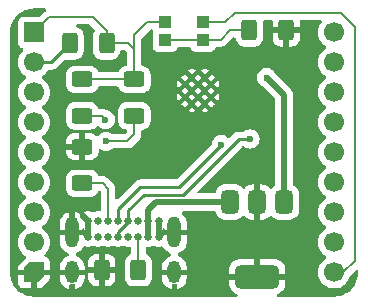
<source format=gbr>
%TF.GenerationSoftware,KiCad,Pcbnew,8.0.4*%
%TF.CreationDate,2024-08-01T02:26:55-04:00*%
%TF.ProjectId,esp32-c3-wroom-socket,65737033-322d-4633-932d-77726f6f6d2d,rev?*%
%TF.SameCoordinates,Original*%
%TF.FileFunction,Copper,L2,Bot*%
%TF.FilePolarity,Positive*%
%FSLAX46Y46*%
G04 Gerber Fmt 4.6, Leading zero omitted, Abs format (unit mm)*
G04 Created by KiCad (PCBNEW 8.0.4) date 2024-08-01 02:26:55*
%MOMM*%
%LPD*%
G01*
G04 APERTURE LIST*
G04 Aperture macros list*
%AMRoundRect*
0 Rectangle with rounded corners*
0 $1 Rounding radius*
0 $2 $3 $4 $5 $6 $7 $8 $9 X,Y pos of 4 corners*
0 Add a 4 corners polygon primitive as box body*
4,1,4,$2,$3,$4,$5,$6,$7,$8,$9,$2,$3,0*
0 Add four circle primitives for the rounded corners*
1,1,$1+$1,$2,$3*
1,1,$1+$1,$4,$5*
1,1,$1+$1,$6,$7*
1,1,$1+$1,$8,$9*
0 Add four rect primitives between the rounded corners*
20,1,$1+$1,$2,$3,$4,$5,0*
20,1,$1+$1,$4,$5,$6,$7,0*
20,1,$1+$1,$6,$7,$8,$9,0*
20,1,$1+$1,$8,$9,$2,$3,0*%
%AMOutline5P*
0 Free polygon, 5 corners , with rotation*
0 The origin of the aperture is its center*
0 number of corners: always 5*
0 $1 to $10 corner X, Y*
0 $11 Rotation angle, in degrees counterclockwise*
0 create outline with 5 corners*
4,1,5,$1,$2,$3,$4,$5,$6,$7,$8,$9,$10,$1,$2,$11*%
%AMOutline6P*
0 Free polygon, 6 corners , with rotation*
0 The origin of the aperture is its center*
0 number of corners: always 6*
0 $1 to $12 corner X, Y*
0 $13 Rotation angle, in degrees counterclockwise*
0 create outline with 6 corners*
4,1,6,$1,$2,$3,$4,$5,$6,$7,$8,$9,$10,$11,$12,$1,$2,$13*%
%AMOutline7P*
0 Free polygon, 7 corners , with rotation*
0 The origin of the aperture is its center*
0 number of corners: always 7*
0 $1 to $14 corner X, Y*
0 $15 Rotation angle, in degrees counterclockwise*
0 create outline with 7 corners*
4,1,7,$1,$2,$3,$4,$5,$6,$7,$8,$9,$10,$11,$12,$13,$14,$1,$2,$15*%
%AMOutline8P*
0 Free polygon, 8 corners , with rotation*
0 The origin of the aperture is its center*
0 number of corners: always 8*
0 $1 to $16 corner X, Y*
0 $17 Rotation angle, in degrees counterclockwise*
0 create outline with 8 corners*
4,1,8,$1,$2,$3,$4,$5,$6,$7,$8,$9,$10,$11,$12,$13,$14,$15,$16,$1,$2,$17*%
G04 Aperture macros list end*
%TA.AperFunction,SMDPad,CuDef*%
%ADD10RoundRect,0.250000X-0.625000X0.400000X-0.625000X-0.400000X0.625000X-0.400000X0.625000X0.400000X0*%
%TD*%
%TA.AperFunction,SMDPad,CuDef*%
%ADD11RoundRect,0.250000X-0.400000X-0.625000X0.400000X-0.625000X0.400000X0.625000X-0.400000X0.625000X0*%
%TD*%
%TA.AperFunction,ComponentPad*%
%ADD12C,0.400000*%
%TD*%
%TA.AperFunction,ComponentPad*%
%ADD13C,0.660400*%
%TD*%
%TA.AperFunction,ComponentPad*%
%ADD14O,1.117600X1.905000*%
%TD*%
%TA.AperFunction,ComponentPad*%
%ADD15O,1.117600X2.616200*%
%TD*%
%TA.AperFunction,ComponentPad*%
%ADD16R,1.700000X1.700000*%
%TD*%
%TA.AperFunction,ComponentPad*%
%ADD17C,1.700000*%
%TD*%
%TA.AperFunction,ComponentPad*%
%ADD18Outline6P,-0.850000X0.340000X-0.340000X0.850000X0.850000X0.850000X0.850000X-0.340000X0.340000X-0.850000X-0.850000X-0.850000X0.000000*%
%TD*%
%TA.AperFunction,SMDPad,CuDef*%
%ADD19R,1.117600X1.041400*%
%TD*%
%TA.AperFunction,SMDPad,CuDef*%
%ADD20RoundRect,0.375000X-0.375000X0.625000X-0.375000X-0.625000X0.375000X-0.625000X0.375000X0.625000X0*%
%TD*%
%TA.AperFunction,SMDPad,CuDef*%
%ADD21RoundRect,0.500000X-1.400000X0.500000X-1.400000X-0.500000X1.400000X-0.500000X1.400000X0.500000X0*%
%TD*%
%TA.AperFunction,SMDPad,CuDef*%
%ADD22RoundRect,0.250000X0.400000X0.625000X-0.400000X0.625000X-0.400000X-0.625000X0.400000X-0.625000X0*%
%TD*%
%TA.AperFunction,ViaPad*%
%ADD23C,0.600000*%
%TD*%
%TA.AperFunction,Conductor*%
%ADD24C,0.500000*%
%TD*%
%TA.AperFunction,Conductor*%
%ADD25C,0.250000*%
%TD*%
%TA.AperFunction,Conductor*%
%ADD26C,0.200000*%
%TD*%
G04 APERTURE END LIST*
D10*
%TO.P,R10,1*%
%TO.N,GND*%
X148100000Y-69150000D03*
%TO.P,R10,2*%
%TO.N,Net-(J4-CC1)*%
X148100000Y-72250000D03*
%TD*%
D11*
%TO.P,R9,1*%
%TO.N,GND*%
X149750000Y-79600000D03*
%TO.P,R9,2*%
%TO.N,Net-(J4-CC2)*%
X152850000Y-79600000D03*
%TD*%
D12*
%TO.P,U1,39,GND__21*%
%TO.N,GND*%
X158450000Y-65500000D03*
%TO.P,U1,38,GND__20*%
X157350000Y-65500000D03*
%TO.P,U1,37,GND__19*%
X159000000Y-64950000D03*
%TO.P,U1,36,GND__18*%
X157900000Y-64950000D03*
%TO.P,U1,35,GND__17*%
X156800000Y-64950000D03*
%TO.P,U1,34,GND__16*%
X158450000Y-64400000D03*
%TO.P,U1,33,GND__15*%
X157350000Y-64400000D03*
%TO.P,U1,32,GND__14*%
X159000000Y-63850000D03*
%TO.P,U1,31,GND__13*%
X157900000Y-63850000D03*
%TO.P,U1,30,GND__12*%
X156800000Y-63850000D03*
%TO.P,U1,29,GND__11*%
X158450000Y-63300000D03*
%TO.P,U1,28,GND__10*%
X157350000Y-63300000D03*
%TD*%
D13*
%TO.P,J4,A1,GND*%
%TO.N,GND*%
X148600015Y-75435000D03*
%TO.P,J4,A4,VBUS*%
%TO.N,VBUS*%
X149450016Y-75435000D03*
%TO.P,J4,A5,CC1*%
%TO.N,Net-(J4-CC1)*%
X150300014Y-75435000D03*
%TO.P,J4,A6,D+*%
%TO.N,USB_D+*%
X151150015Y-75435000D03*
%TO.P,J4,A7,D-*%
%TO.N,USB_D-*%
X152000016Y-75435000D03*
%TO.P,J4,A8,SBU1*%
%TO.N,unconnected-(J4-SBU1-PadA8)*%
X152850017Y-75435000D03*
%TO.P,J4,A9,VBUS*%
%TO.N,VBUS*%
X153700015Y-75435000D03*
%TO.P,J4,A12,GND*%
%TO.N,GND*%
X154550016Y-75435000D03*
%TO.P,J4,B1,GND*%
X154550016Y-76785000D03*
%TO.P,J4,B4,VBUS*%
%TO.N,VBUS*%
X153700015Y-76785000D03*
%TO.P,J4,B5,CC2*%
%TO.N,Net-(J4-CC2)*%
X152850017Y-76785000D03*
%TO.P,J4,B6,D+*%
%TO.N,USB_D+*%
X152000016Y-76785000D03*
%TO.P,J4,B7,D-*%
%TO.N,USB_D-*%
X151150015Y-76785000D03*
%TO.P,J4,B8,SBU2*%
%TO.N,unconnected-(J4-SBU2-PadB8)*%
X150300014Y-76785000D03*
%TO.P,J4,B9,VBUS*%
%TO.N,VBUS*%
X149450016Y-76785000D03*
%TO.P,J4,B12,GND*%
%TO.N,GND*%
X148600015Y-76785000D03*
D14*
%TO.P,J4,S1,SHIELD*%
X147250030Y-79800000D03*
%TO.P,J4,S2,SHIELD*%
X155900000Y-79800000D03*
D15*
%TO.P,J4,S3,SHIELD*%
X147250015Y-76415001D03*
%TO.P,J4,S4,SHIELD*%
X155900000Y-76415000D03*
%TD*%
D16*
%TO.P,J2,1*%
%TO.N,3V3*%
X144010000Y-59480000D03*
D17*
%TO.P,J2,2*%
%TO.N,EN*%
X144010000Y-62020000D03*
%TO.P,J2,3*%
%TO.N,GPIO4*%
X144010000Y-64560000D03*
%TO.P,J2,4*%
%TO.N,GPIO5*%
X144010000Y-67100000D03*
%TO.P,J2,5*%
%TO.N,GPIO6*%
X144010000Y-69640000D03*
%TO.P,J2,6*%
%TO.N,GPIO7*%
X144010000Y-72180000D03*
%TO.P,J2,7*%
%TO.N,GPIO8*%
X144010000Y-74720000D03*
%TO.P,J2,8*%
%TO.N,GPIO9*%
X144010000Y-77260000D03*
D18*
%TO.P,J2,9*%
%TO.N,GND*%
X144010000Y-79800000D03*
D17*
%TO.P,J2,10*%
%TO.N,GPIO10*%
X169410000Y-79800000D03*
%TO.P,J2,11*%
%TO.N,UART-RX*%
X169410000Y-77260000D03*
%TO.P,J2,12*%
%TO.N,UART-TX*%
X169410000Y-74720000D03*
%TO.P,J2,13*%
%TO.N,USB_D-*%
X169410000Y-72180000D03*
%TO.P,J2,14*%
%TO.N,USB_D+*%
X169410000Y-69640000D03*
%TO.P,J2,15*%
%TO.N,GPIO3*%
X169410000Y-67100000D03*
%TO.P,J2,16*%
%TO.N,GPIO2*%
X169410000Y-64560000D03*
%TO.P,J2,17*%
%TO.N,GPIO1*%
X169410000Y-62020000D03*
%TO.P,J2,18*%
%TO.N,GPIO0*%
X169410000Y-59480000D03*
%TD*%
D10*
%TO.P,R8,1*%
%TO.N,3V3*%
X152500000Y-63450000D03*
%TO.P,R8,2*%
%TO.N,GPIO9*%
X152500000Y-66550000D03*
%TD*%
D19*
%TO.P,LED1,1,GND*%
%TO.N,Net-(LED1-GND-Pad1)*%
X155109800Y-60100002D03*
%TO.P,LED1,2,RED*%
%TO.N,3V3*%
X155109800Y-58600000D03*
%TO.P,LED1,3,GRN*%
%TO.N,GPIO10*%
X158310200Y-58600000D03*
%TO.P,LED1,4,GND*%
%TO.N,Net-(LED1-GND-Pad1)*%
X158310200Y-60100002D03*
%TD*%
D10*
%TO.P,R7,1*%
%TO.N,3V3*%
X148100000Y-63450000D03*
%TO.P,R7,2*%
%TO.N,GPIO8*%
X148100000Y-66550000D03*
%TD*%
D20*
%TO.P,U2,1,VI*%
%TO.N,VBUS*%
X160600000Y-73850000D03*
%TO.P,U2,2,GND*%
%TO.N,GND*%
X162900000Y-73850000D03*
D21*
X162900000Y-80150000D03*
D20*
%TO.P,U2,3,VO*%
%TO.N,3V3*%
X165200000Y-73850000D03*
%TD*%
D22*
%TO.P,R1,1*%
%TO.N,3V3*%
X150150000Y-60400000D03*
%TO.P,R1,2*%
%TO.N,EN*%
X147050000Y-60400000D03*
%TD*%
%TO.P,R4,1*%
%TO.N,GND*%
X165350000Y-59300000D03*
%TO.P,R4,2*%
%TO.N,Net-(LED1-GND-Pad1)*%
X162250000Y-59300000D03*
%TD*%
D23*
%TO.N,3V3*%
X163700000Y-63300000D03*
%TO.N,GPIO8*%
X150050000Y-66850000D03*
%TO.N,GPIO9*%
X150100000Y-68700000D03*
%TO.N,GND*%
X163700000Y-77000000D03*
X156300000Y-61900000D03*
X162100000Y-77000000D03*
X160700000Y-61700000D03*
X157900000Y-61900000D03*
X150300000Y-65000000D03*
X157100000Y-61900000D03*
X160700000Y-62500000D03*
X162900000Y-77000000D03*
X158700000Y-61900000D03*
X160700000Y-63300000D03*
%TO.N,USB_D+*%
X159875000Y-68975000D03*
%TO.N,USB_D-*%
X162300000Y-68500000D03*
%TD*%
D24*
%TO.N,GND*%
X154550016Y-75435000D02*
X154550016Y-76785000D01*
X148600015Y-75435000D02*
X148600015Y-76785000D01*
D25*
%TO.N,USB_D-*%
X153300000Y-73200000D02*
X152000016Y-74499984D01*
X156658884Y-73200000D02*
X153300000Y-73200000D01*
X152000016Y-74499984D02*
X152000016Y-75435000D01*
X161358884Y-68500000D02*
X156658884Y-73200000D01*
X162300000Y-68500000D02*
X161358884Y-68500000D01*
%TO.N,USB_D+*%
X151150015Y-74413589D02*
X151150015Y-75435000D01*
X156300000Y-72550000D02*
X153013604Y-72550000D01*
X153013604Y-72550000D02*
X151150015Y-74413589D01*
X159875000Y-68975000D02*
X156300000Y-72550000D01*
D26*
%TO.N,3V3*%
X152500000Y-59700000D02*
X153600000Y-58600000D01*
X152500000Y-60900000D02*
X152500000Y-59700000D01*
X153600000Y-58600000D02*
X155109800Y-58600000D01*
D24*
X165200000Y-64800000D02*
X165200000Y-73850000D01*
X163700000Y-63300000D02*
X165200000Y-64800000D01*
D26*
X152500000Y-60900000D02*
X152500000Y-63450000D01*
X152000000Y-60400000D02*
X152500000Y-60900000D01*
X151900000Y-60400000D02*
X152000000Y-60400000D01*
X151900000Y-60400000D02*
X150150000Y-60400000D01*
X152500000Y-63450000D02*
X148100000Y-63450000D01*
D24*
%TO.N,VBUS*%
X154350000Y-73850000D02*
X160600000Y-73850000D01*
X153700015Y-74499985D02*
X154350000Y-73850000D01*
X153700015Y-75435000D02*
X153700015Y-74499985D01*
D26*
%TO.N,Net-(J4-CC1)*%
X149850000Y-72250000D02*
X148100000Y-72250000D01*
X150300014Y-72700014D02*
X149850000Y-72250000D01*
X150300014Y-75435000D02*
X150300014Y-72700014D01*
%TO.N,Net-(J4-CC2)*%
X152850017Y-79599983D02*
X152850000Y-79600000D01*
X152850017Y-76785000D02*
X152850017Y-79599983D01*
D24*
%TO.N,VBUS*%
X153700015Y-76785000D02*
X153700015Y-75435000D01*
D26*
%TO.N,GPIO9*%
X152500000Y-68100000D02*
X152500000Y-66550000D01*
X151900000Y-68700000D02*
X152500000Y-68100000D01*
X150100000Y-68700000D02*
X151900000Y-68700000D01*
%TO.N,GPIO8*%
X149750000Y-66550000D02*
X148100000Y-66550000D01*
X150050000Y-66850000D02*
X149750000Y-66550000D01*
%TO.N,3V3*%
X150000000Y-60550000D02*
X150150000Y-60400000D01*
D25*
%TO.N,USB_D-*%
X151150015Y-76361593D02*
X152000016Y-75511592D01*
X152000016Y-75511592D02*
X152000016Y-75435000D01*
X151150015Y-76785000D02*
X151150015Y-76361593D01*
D26*
%TO.N,GPIO10*%
X171200000Y-59000000D02*
X170000000Y-57800000D01*
X169410000Y-79800000D02*
X170200000Y-79800000D01*
X170200000Y-79800000D02*
X171200000Y-78800000D01*
X171200000Y-78800000D02*
X171200000Y-59000000D01*
X160200000Y-58600000D02*
X158310200Y-58600000D01*
X170000000Y-57800000D02*
X161000000Y-57800000D01*
X161000000Y-57800000D02*
X160200000Y-58600000D01*
D25*
%TO.N,EN*%
X147050000Y-60400000D02*
X145430000Y-62020000D01*
X145430000Y-62020000D02*
X144010000Y-62020000D01*
D26*
%TO.N,3V3*%
X150150000Y-59350000D02*
X149000000Y-58200000D01*
X149000000Y-58200000D02*
X145290000Y-58200000D01*
X144030000Y-59500000D02*
X144010000Y-59480000D01*
X145290000Y-58200000D02*
X144010000Y-59480000D01*
X150150000Y-60400000D02*
X150150000Y-59350000D01*
%TO.N,Net-(LED1-GND-Pad1)*%
X158310200Y-60100002D02*
X159799998Y-60100002D01*
X160600000Y-59300000D02*
X162250000Y-59300000D01*
X159799998Y-60100002D02*
X160600000Y-59300000D01*
X155109800Y-60100002D02*
X158310200Y-60100002D01*
%TD*%
%TA.AperFunction,Conductor*%
%TO.N,GND*%
G36*
X148202678Y-76049957D02*
G01*
X148247026Y-76078458D01*
X148615289Y-76446721D01*
X148648774Y-76508044D01*
X148645540Y-76572717D01*
X148642333Y-76582586D01*
X148640434Y-76581800D01*
X148559596Y-76581800D01*
X148484911Y-76612735D01*
X148427750Y-76669896D01*
X148396815Y-76744581D01*
X148396815Y-76825419D01*
X148427750Y-76900104D01*
X148484911Y-76957265D01*
X148529931Y-76975912D01*
X148493351Y-76985157D01*
X148427109Y-76962935D01*
X148410390Y-76948928D01*
X148126463Y-76665001D01*
X147874515Y-76665001D01*
X147807476Y-76645316D01*
X147761721Y-76592512D01*
X147750515Y-76541001D01*
X147750515Y-76289001D01*
X147770200Y-76221962D01*
X147823004Y-76176207D01*
X147874515Y-76165001D01*
X147985121Y-76165001D01*
X148071663Y-76078458D01*
X148132986Y-76044973D01*
X148202678Y-76049957D01*
G37*
%TD.AperFunction*%
%TA.AperFunction,Conductor*%
G36*
X155034018Y-76049957D02*
G01*
X155078366Y-76078458D01*
X155164908Y-76165000D01*
X155275500Y-76165000D01*
X155342539Y-76184685D01*
X155388294Y-76237489D01*
X155399500Y-76289000D01*
X155399500Y-76541000D01*
X155379815Y-76608039D01*
X155327011Y-76653794D01*
X155275500Y-76665000D01*
X155023568Y-76665000D01*
X154739640Y-76948928D01*
X154678317Y-76982413D01*
X154615288Y-76977905D01*
X154665120Y-76957265D01*
X154722281Y-76900104D01*
X154753216Y-76825419D01*
X154753216Y-76744581D01*
X154722281Y-76669896D01*
X154665120Y-76612735D01*
X154590435Y-76581800D01*
X154509597Y-76581800D01*
X154507696Y-76582587D01*
X154504489Y-76572716D01*
X154502494Y-76502880D01*
X154534740Y-76446720D01*
X154815641Y-76165821D01*
X154903003Y-76078458D01*
X154964326Y-76044973D01*
X155034018Y-76049957D01*
G37*
%TD.AperFunction*%
%TA.AperFunction,Conductor*%
G36*
X145008757Y-57460185D02*
G01*
X145054512Y-57512989D01*
X145064456Y-57582147D01*
X145035431Y-57645703D01*
X145003717Y-57671888D01*
X144921285Y-57719479D01*
X144921282Y-57719481D01*
X144809478Y-57831286D01*
X144547582Y-58093181D01*
X144486259Y-58126666D01*
X144459901Y-58129500D01*
X143112129Y-58129500D01*
X143112123Y-58129501D01*
X143052516Y-58135908D01*
X142917671Y-58186202D01*
X142917664Y-58186206D01*
X142802455Y-58272452D01*
X142802452Y-58272455D01*
X142716206Y-58387664D01*
X142716202Y-58387671D01*
X142665908Y-58522517D01*
X142659501Y-58582116D01*
X142659500Y-58582135D01*
X142659500Y-60377870D01*
X142659501Y-60377876D01*
X142665908Y-60437483D01*
X142716202Y-60572328D01*
X142716206Y-60572335D01*
X142802452Y-60687544D01*
X142802455Y-60687547D01*
X142917664Y-60773793D01*
X142917671Y-60773797D01*
X143049081Y-60822810D01*
X143105015Y-60864681D01*
X143129432Y-60930145D01*
X143114580Y-60998418D01*
X143093430Y-61026673D01*
X142971503Y-61148600D01*
X142835965Y-61342169D01*
X142835964Y-61342171D01*
X142736098Y-61556335D01*
X142736094Y-61556344D01*
X142674938Y-61784586D01*
X142674936Y-61784596D01*
X142654341Y-62019999D01*
X142654341Y-62020000D01*
X142674936Y-62255403D01*
X142674938Y-62255413D01*
X142736094Y-62483655D01*
X142736096Y-62483659D01*
X142736097Y-62483663D01*
X142811563Y-62645500D01*
X142835965Y-62697830D01*
X142835967Y-62697834D01*
X142905921Y-62797738D01*
X142971501Y-62891396D01*
X142971506Y-62891402D01*
X143138597Y-63058493D01*
X143138603Y-63058498D01*
X143324158Y-63188425D01*
X143367783Y-63243002D01*
X143374977Y-63312500D01*
X143343454Y-63374855D01*
X143324158Y-63391575D01*
X143138597Y-63521505D01*
X142971505Y-63688597D01*
X142835965Y-63882169D01*
X142835964Y-63882171D01*
X142736098Y-64096335D01*
X142736094Y-64096344D01*
X142674938Y-64324586D01*
X142674936Y-64324596D01*
X142654341Y-64559999D01*
X142654341Y-64560000D01*
X142674936Y-64795403D01*
X142674938Y-64795413D01*
X142736094Y-65023655D01*
X142736096Y-65023659D01*
X142736097Y-65023663D01*
X142788421Y-65135871D01*
X142835965Y-65237830D01*
X142835967Y-65237834D01*
X142971501Y-65431395D01*
X142971506Y-65431402D01*
X143138597Y-65598493D01*
X143138603Y-65598498D01*
X143324158Y-65728425D01*
X143367783Y-65783002D01*
X143374977Y-65852500D01*
X143343454Y-65914855D01*
X143324158Y-65931575D01*
X143138597Y-66061505D01*
X142971505Y-66228597D01*
X142835965Y-66422169D01*
X142835964Y-66422171D01*
X142736098Y-66636335D01*
X142736094Y-66636344D01*
X142674938Y-66864586D01*
X142674936Y-66864596D01*
X142654341Y-67099999D01*
X142654341Y-67100000D01*
X142674936Y-67335403D01*
X142674938Y-67335413D01*
X142736094Y-67563655D01*
X142736096Y-67563659D01*
X142736097Y-67563663D01*
X142806494Y-67714630D01*
X142835965Y-67777830D01*
X142835967Y-67777834D01*
X142971501Y-67971395D01*
X142971506Y-67971402D01*
X143138597Y-68138493D01*
X143138603Y-68138498D01*
X143324158Y-68268425D01*
X143367783Y-68323002D01*
X143374977Y-68392500D01*
X143343454Y-68454855D01*
X143324158Y-68471575D01*
X143138597Y-68601505D01*
X142971505Y-68768597D01*
X142835965Y-68962169D01*
X142835964Y-68962171D01*
X142736098Y-69176335D01*
X142736094Y-69176344D01*
X142674938Y-69404586D01*
X142674936Y-69404596D01*
X142654341Y-69639999D01*
X142654341Y-69640000D01*
X142674936Y-69875403D01*
X142674938Y-69875413D01*
X142736094Y-70103655D01*
X142736096Y-70103659D01*
X142736097Y-70103663D01*
X142797041Y-70234358D01*
X142835965Y-70317830D01*
X142835967Y-70317834D01*
X142971501Y-70511395D01*
X142971506Y-70511402D01*
X143138597Y-70678493D01*
X143138603Y-70678498D01*
X143324158Y-70808425D01*
X143367783Y-70863002D01*
X143374977Y-70932500D01*
X143343454Y-70994855D01*
X143324158Y-71011575D01*
X143138597Y-71141505D01*
X142971505Y-71308597D01*
X142835965Y-71502169D01*
X142835964Y-71502171D01*
X142748180Y-71690425D01*
X142736098Y-71716336D01*
X142736094Y-71716344D01*
X142674938Y-71944586D01*
X142674936Y-71944596D01*
X142654341Y-72179999D01*
X142654341Y-72180000D01*
X142674936Y-72415403D01*
X142674938Y-72415413D01*
X142736094Y-72643655D01*
X142736096Y-72643659D01*
X142736097Y-72643663D01*
X142803897Y-72789060D01*
X142835965Y-72857830D01*
X142835967Y-72857834D01*
X142971501Y-73051395D01*
X142971506Y-73051402D01*
X143138597Y-73218493D01*
X143138603Y-73218498D01*
X143324158Y-73348425D01*
X143367783Y-73403002D01*
X143374977Y-73472500D01*
X143343454Y-73534855D01*
X143324158Y-73551575D01*
X143138597Y-73681505D01*
X142971505Y-73848597D01*
X142835965Y-74042169D01*
X142835964Y-74042171D01*
X142736098Y-74256335D01*
X142736094Y-74256344D01*
X142674938Y-74484586D01*
X142674936Y-74484596D01*
X142654341Y-74719999D01*
X142654341Y-74720000D01*
X142674936Y-74955403D01*
X142674938Y-74955413D01*
X142736094Y-75183655D01*
X142736096Y-75183659D01*
X142736097Y-75183663D01*
X142813894Y-75350498D01*
X142835965Y-75397830D01*
X142835967Y-75397834D01*
X142944281Y-75552521D01*
X142950506Y-75561412D01*
X142971501Y-75591395D01*
X142971506Y-75591402D01*
X143138597Y-75758493D01*
X143138603Y-75758498D01*
X143324158Y-75888425D01*
X143367783Y-75943002D01*
X143374977Y-76012500D01*
X143343454Y-76074855D01*
X143324158Y-76091575D01*
X143138597Y-76221505D01*
X142971505Y-76388597D01*
X142835965Y-76582169D01*
X142835964Y-76582171D01*
X142736098Y-76796335D01*
X142736094Y-76796344D01*
X142674938Y-77024586D01*
X142674936Y-77024596D01*
X142654341Y-77259999D01*
X142654341Y-77260000D01*
X142674936Y-77495403D01*
X142674938Y-77495413D01*
X142736094Y-77723655D01*
X142736096Y-77723659D01*
X142736097Y-77723663D01*
X142789996Y-77839249D01*
X142835965Y-77937830D01*
X142835967Y-77937834D01*
X142870200Y-77986723D01*
X142971505Y-78131401D01*
X143138599Y-78298495D01*
X143283365Y-78399861D01*
X143297395Y-78409685D01*
X143341019Y-78464262D01*
X143348212Y-78533761D01*
X143316690Y-78596115D01*
X143313952Y-78598941D01*
X142777504Y-79135389D01*
X142777492Y-79135403D01*
X142725570Y-79202241D01*
X142725570Y-79202242D01*
X142670549Y-79335075D01*
X142660000Y-79419058D01*
X142660000Y-79550000D01*
X143576988Y-79550000D01*
X143544075Y-79607007D01*
X143510000Y-79734174D01*
X143510000Y-79865826D01*
X143544075Y-79992993D01*
X143576988Y-80050000D01*
X142660000Y-80050000D01*
X142660000Y-80697844D01*
X142666401Y-80757372D01*
X142666403Y-80757379D01*
X142716645Y-80892086D01*
X142716649Y-80892093D01*
X142802809Y-81007187D01*
X142802812Y-81007190D01*
X142917906Y-81093350D01*
X142917913Y-81093354D01*
X143052620Y-81143596D01*
X143052627Y-81143598D01*
X143112155Y-81149999D01*
X143112172Y-81150000D01*
X143760000Y-81150000D01*
X143760000Y-80233012D01*
X143817007Y-80265925D01*
X143944174Y-80300000D01*
X144075826Y-80300000D01*
X144202993Y-80265925D01*
X144260000Y-80233012D01*
X144260000Y-81150000D01*
X144390942Y-81150000D01*
X144390943Y-81149999D01*
X144474925Y-81139450D01*
X144607758Y-81084429D01*
X144674596Y-81032507D01*
X144674609Y-81032496D01*
X145242496Y-80464609D01*
X145242507Y-80464596D01*
X145294429Y-80397758D01*
X145294429Y-80397757D01*
X145349450Y-80264924D01*
X145359999Y-80180941D01*
X145360000Y-80180935D01*
X145360000Y-80050000D01*
X144443012Y-80050000D01*
X144475925Y-79992993D01*
X144510000Y-79865826D01*
X144510000Y-79734174D01*
X144475925Y-79607007D01*
X144443012Y-79550000D01*
X145360000Y-79550000D01*
X145360000Y-78902172D01*
X145359999Y-78902155D01*
X145353598Y-78842627D01*
X145353596Y-78842620D01*
X145303354Y-78707913D01*
X145303350Y-78707906D01*
X145217190Y-78592812D01*
X145217187Y-78592809D01*
X145102093Y-78506649D01*
X145102088Y-78506646D01*
X144970528Y-78457577D01*
X144914595Y-78415705D01*
X144890178Y-78350241D01*
X144905030Y-78281968D01*
X144926175Y-78253720D01*
X145048495Y-78131401D01*
X145184035Y-77937830D01*
X145283903Y-77723663D01*
X145345063Y-77495408D01*
X145365659Y-77260000D01*
X145345063Y-77024592D01*
X145283903Y-76796337D01*
X145184035Y-76582171D01*
X145183776Y-76581800D01*
X145048494Y-76388597D01*
X144881402Y-76221506D01*
X144881396Y-76221501D01*
X144695842Y-76091575D01*
X144652217Y-76036998D01*
X144645023Y-75967500D01*
X144676546Y-75905145D01*
X144695842Y-75888425D01*
X144827130Y-75796496D01*
X144881401Y-75758495D01*
X145048495Y-75591401D01*
X145069493Y-75561413D01*
X146191215Y-75561413D01*
X146191215Y-76165001D01*
X146625515Y-76165001D01*
X146692554Y-76184686D01*
X146738309Y-76237490D01*
X146749515Y-76289001D01*
X146749515Y-76541001D01*
X146729830Y-76608040D01*
X146677026Y-76653795D01*
X146625515Y-76665001D01*
X146191215Y-76665001D01*
X146191215Y-77268588D01*
X146231902Y-77473134D01*
X146231904Y-77473142D01*
X146311717Y-77665829D01*
X146427592Y-77839249D01*
X146575066Y-77986723D01*
X146748486Y-78102597D01*
X146913002Y-78170742D01*
X146967405Y-78214583D01*
X146989470Y-78280877D01*
X146972191Y-78348576D01*
X146921054Y-78396187D01*
X146913002Y-78399864D01*
X146748502Y-78468002D01*
X146575081Y-78583877D01*
X146427607Y-78731351D01*
X146311732Y-78904771D01*
X146231919Y-79097458D01*
X146231917Y-79097466D01*
X146191230Y-79302012D01*
X146191230Y-79550000D01*
X146620459Y-79550000D01*
X146687498Y-79569685D01*
X146726533Y-79614734D01*
X146728506Y-79613596D01*
X146732914Y-79621230D01*
X146733250Y-79622486D01*
X146733253Y-79622489D01*
X146735024Y-79626557D01*
X146735687Y-79628158D01*
X146734862Y-79628499D01*
X146749530Y-79683235D01*
X146749530Y-79916764D01*
X146734866Y-79971493D01*
X146735690Y-79971834D01*
X146735028Y-79973433D01*
X146734007Y-79974700D01*
X146732919Y-79978760D01*
X146732572Y-79979362D01*
X146732571Y-79979363D01*
X146728510Y-79986399D01*
X146725829Y-79984851D01*
X146691197Y-80027844D01*
X146624907Y-80049920D01*
X146620459Y-80050000D01*
X146191230Y-80050000D01*
X146191230Y-80297987D01*
X146231917Y-80502533D01*
X146231919Y-80502541D01*
X146311732Y-80695228D01*
X146427607Y-80868648D01*
X146575081Y-81016122D01*
X146748501Y-81131997D01*
X146941188Y-81211810D01*
X146941196Y-81211812D01*
X147000029Y-81223515D01*
X147000030Y-81223515D01*
X147000030Y-80863201D01*
X147019715Y-80796162D01*
X147072519Y-80750407D01*
X147141677Y-80740463D01*
X147156104Y-80743421D01*
X147176923Y-80749000D01*
X147176927Y-80749000D01*
X147323133Y-80749000D01*
X147323137Y-80749000D01*
X147343939Y-80743426D01*
X147413785Y-80745089D01*
X147471648Y-80784251D01*
X147499153Y-80848479D01*
X147500030Y-80863201D01*
X147500030Y-81223515D01*
X147558863Y-81211812D01*
X147558871Y-81211810D01*
X147751558Y-81131997D01*
X147924978Y-81016122D01*
X148072452Y-80868648D01*
X148188327Y-80695228D01*
X148268140Y-80502541D01*
X148268142Y-80502533D01*
X148308829Y-80297987D01*
X148308830Y-80297984D01*
X148308830Y-80274986D01*
X148600001Y-80274986D01*
X148610494Y-80377697D01*
X148665641Y-80544119D01*
X148665643Y-80544124D01*
X148757684Y-80693345D01*
X148881654Y-80817315D01*
X149030875Y-80909356D01*
X149030880Y-80909358D01*
X149197302Y-80964505D01*
X149197309Y-80964506D01*
X149300019Y-80974999D01*
X149499999Y-80974999D01*
X150000000Y-80974999D01*
X150199972Y-80974999D01*
X150199986Y-80974998D01*
X150302697Y-80964505D01*
X150469119Y-80909358D01*
X150469124Y-80909356D01*
X150618345Y-80817315D01*
X150742315Y-80693345D01*
X150834356Y-80544124D01*
X150834358Y-80544119D01*
X150889505Y-80377697D01*
X150889506Y-80377690D01*
X150899999Y-80274986D01*
X150900000Y-80274973D01*
X150900000Y-79850000D01*
X150000000Y-79850000D01*
X150000000Y-80974999D01*
X149499999Y-80974999D01*
X149500000Y-80974998D01*
X149500000Y-79850000D01*
X148600001Y-79850000D01*
X148600001Y-80274986D01*
X148308830Y-80274986D01*
X148308830Y-80050000D01*
X147879601Y-80050000D01*
X147812562Y-80030315D01*
X147773522Y-79985260D01*
X147771550Y-79986399D01*
X147767488Y-79979363D01*
X147767488Y-79979362D01*
X147767140Y-79978760D01*
X147766803Y-79977503D01*
X147765032Y-79973433D01*
X147764370Y-79971834D01*
X147765193Y-79971493D01*
X147750530Y-79916764D01*
X147750530Y-79683235D01*
X147765197Y-79628499D01*
X147764373Y-79628158D01*
X147765036Y-79626557D01*
X147766058Y-79625287D01*
X147767146Y-79621230D01*
X147771554Y-79613596D01*
X147774232Y-79615142D01*
X147808873Y-79572150D01*
X147875165Y-79550079D01*
X147879601Y-79550000D01*
X148308830Y-79550000D01*
X148308830Y-79302016D01*
X148308829Y-79302012D01*
X148268142Y-79097466D01*
X148268140Y-79097458D01*
X148196711Y-78925013D01*
X148600000Y-78925013D01*
X148600000Y-79350000D01*
X149500000Y-79350000D01*
X150000000Y-79350000D01*
X150899999Y-79350000D01*
X150899999Y-78925028D01*
X150899998Y-78925013D01*
X150889505Y-78822302D01*
X150834358Y-78655880D01*
X150834356Y-78655875D01*
X150742315Y-78506654D01*
X150618345Y-78382684D01*
X150469124Y-78290643D01*
X150469119Y-78290641D01*
X150302697Y-78235494D01*
X150302690Y-78235493D01*
X150199986Y-78225000D01*
X150000000Y-78225000D01*
X150000000Y-79350000D01*
X149500000Y-79350000D01*
X149500000Y-78225000D01*
X149300029Y-78225000D01*
X149300012Y-78225001D01*
X149197302Y-78235494D01*
X149030880Y-78290641D01*
X149030875Y-78290643D01*
X148881654Y-78382684D01*
X148757684Y-78506654D01*
X148665643Y-78655875D01*
X148665641Y-78655880D01*
X148610494Y-78822302D01*
X148610493Y-78822309D01*
X148600000Y-78925013D01*
X148196711Y-78925013D01*
X148188327Y-78904771D01*
X148072452Y-78731351D01*
X147924978Y-78583877D01*
X147751558Y-78468002D01*
X147587042Y-78399858D01*
X147532639Y-78356017D01*
X147510574Y-78289723D01*
X147527853Y-78222023D01*
X147578991Y-78174413D01*
X147587043Y-78170736D01*
X147751541Y-78102599D01*
X147924963Y-77986723D01*
X148072437Y-77839249D01*
X148188308Y-77665834D01*
X148188312Y-77665826D01*
X148194413Y-77651098D01*
X148238252Y-77596694D01*
X148304546Y-77574627D01*
X148335402Y-77578959D01*
X148335699Y-77577565D01*
X148512757Y-77615200D01*
X148687273Y-77615200D01*
X148857971Y-77578916D01*
X148973965Y-77527273D01*
X149043215Y-77517989D01*
X149074836Y-77527274D01*
X149191896Y-77579393D01*
X149191902Y-77579395D01*
X149362706Y-77615700D01*
X149362707Y-77615700D01*
X149537325Y-77615700D01*
X149537326Y-77615700D01*
X149708130Y-77579395D01*
X149708132Y-77579393D01*
X149708135Y-77579393D01*
X149756600Y-77557814D01*
X149824580Y-77527547D01*
X149893829Y-77518263D01*
X149925448Y-77527547D01*
X149962814Y-77544183D01*
X150041894Y-77579393D01*
X150041900Y-77579395D01*
X150212704Y-77615700D01*
X150212705Y-77615700D01*
X150387323Y-77615700D01*
X150387324Y-77615700D01*
X150558128Y-77579395D01*
X150558130Y-77579393D01*
X150558133Y-77579393D01*
X150674578Y-77527548D01*
X150743828Y-77518263D01*
X150775447Y-77527546D01*
X150891901Y-77579395D01*
X151062705Y-77615700D01*
X151062706Y-77615700D01*
X151237324Y-77615700D01*
X151237325Y-77615700D01*
X151408129Y-77579395D01*
X151408131Y-77579393D01*
X151408134Y-77579393D01*
X151524579Y-77527548D01*
X151593829Y-77518263D01*
X151625448Y-77527546D01*
X151741902Y-77579395D01*
X151912706Y-77615700D01*
X151912707Y-77615700D01*
X152087325Y-77615700D01*
X152087326Y-77615700D01*
X152099736Y-77613062D01*
X152169402Y-77618377D01*
X152225136Y-77660514D01*
X152249242Y-77726094D01*
X152249517Y-77734352D01*
X152249517Y-78161261D01*
X152229832Y-78228300D01*
X152177028Y-78274055D01*
X152164523Y-78278966D01*
X152130668Y-78290184D01*
X151981342Y-78382289D01*
X151857289Y-78506342D01*
X151765187Y-78655663D01*
X151765185Y-78655668D01*
X151765115Y-78655880D01*
X151710001Y-78822203D01*
X151710001Y-78822204D01*
X151710000Y-78822204D01*
X151699500Y-78924983D01*
X151699500Y-80275001D01*
X151699501Y-80275018D01*
X151710000Y-80377796D01*
X151710001Y-80377799D01*
X151743150Y-80477834D01*
X151765186Y-80544334D01*
X151857288Y-80693656D01*
X151981344Y-80817712D01*
X152130666Y-80909814D01*
X152297203Y-80964999D01*
X152399991Y-80975500D01*
X153300008Y-80975499D01*
X153300016Y-80975498D01*
X153300019Y-80975498D01*
X153356302Y-80969748D01*
X153402797Y-80964999D01*
X153569334Y-80909814D01*
X153718656Y-80817712D01*
X153842712Y-80693656D01*
X153934814Y-80544334D01*
X153989999Y-80377797D01*
X154000500Y-80275009D01*
X154000499Y-78924992D01*
X153998433Y-78904771D01*
X153989999Y-78822203D01*
X153989998Y-78822200D01*
X153971321Y-78765836D01*
X153934814Y-78655666D01*
X153842712Y-78506344D01*
X153718656Y-78382288D01*
X153569334Y-78290186D01*
X153569332Y-78290185D01*
X153569330Y-78290184D01*
X153569331Y-78290184D01*
X153535511Y-78278977D01*
X153478066Y-78239203D01*
X153451245Y-78174687D01*
X153450517Y-78161272D01*
X153450517Y-77734352D01*
X153470202Y-77667313D01*
X153523006Y-77621558D01*
X153592164Y-77611614D01*
X153600253Y-77613053D01*
X153612705Y-77615700D01*
X153612711Y-77615700D01*
X153787324Y-77615700D01*
X153787325Y-77615700D01*
X153958129Y-77579395D01*
X153958131Y-77579393D01*
X153958134Y-77579393D01*
X153994577Y-77563166D01*
X154075194Y-77527273D01*
X154144442Y-77517989D01*
X154176064Y-77527273D01*
X154292059Y-77578916D01*
X154462758Y-77615200D01*
X154637274Y-77615200D01*
X154814332Y-77577565D01*
X154814910Y-77580284D01*
X154872509Y-77578612D01*
X154932358Y-77614665D01*
X154955601Y-77651098D01*
X154961702Y-77665826D01*
X155077577Y-77839248D01*
X155225051Y-77986722D01*
X155398471Y-78102597D01*
X155562980Y-78170739D01*
X155617383Y-78214580D01*
X155639448Y-78280874D01*
X155622169Y-78348574D01*
X155571031Y-78396184D01*
X155562980Y-78399861D01*
X155398471Y-78468002D01*
X155225051Y-78583877D01*
X155077577Y-78731351D01*
X154961702Y-78904771D01*
X154881889Y-79097458D01*
X154881887Y-79097466D01*
X154841200Y-79302012D01*
X154841200Y-79550000D01*
X155270429Y-79550000D01*
X155337468Y-79569685D01*
X155376503Y-79614734D01*
X155378476Y-79613596D01*
X155382884Y-79621230D01*
X155383220Y-79622486D01*
X155383223Y-79622489D01*
X155384994Y-79626557D01*
X155385657Y-79628158D01*
X155384832Y-79628499D01*
X155399500Y-79683235D01*
X155399500Y-79916764D01*
X155384836Y-79971493D01*
X155385660Y-79971834D01*
X155384998Y-79973433D01*
X155383977Y-79974700D01*
X155382889Y-79978760D01*
X155382542Y-79979362D01*
X155382541Y-79979363D01*
X155378480Y-79986399D01*
X155375799Y-79984851D01*
X155341167Y-80027844D01*
X155274877Y-80049920D01*
X155270429Y-80050000D01*
X154841200Y-80050000D01*
X154841200Y-80297987D01*
X154881887Y-80502533D01*
X154881889Y-80502541D01*
X154961702Y-80695228D01*
X155077577Y-80868648D01*
X155225051Y-81016122D01*
X155398471Y-81131997D01*
X155591158Y-81211810D01*
X155591166Y-81211812D01*
X155649999Y-81223515D01*
X155650000Y-81223515D01*
X155650000Y-80863201D01*
X155669685Y-80796162D01*
X155722489Y-80750407D01*
X155791647Y-80740463D01*
X155806074Y-80743421D01*
X155826893Y-80749000D01*
X155826897Y-80749000D01*
X155973103Y-80749000D01*
X155973107Y-80749000D01*
X155993909Y-80743426D01*
X156063755Y-80745089D01*
X156121618Y-80784251D01*
X156149123Y-80848479D01*
X156150000Y-80863201D01*
X156150000Y-81223515D01*
X156208833Y-81211812D01*
X156208841Y-81211810D01*
X156401528Y-81131997D01*
X156574948Y-81016122D01*
X156722422Y-80868648D01*
X156838297Y-80695228D01*
X156918110Y-80502541D01*
X156918112Y-80502533D01*
X156958799Y-80297987D01*
X156958800Y-80297984D01*
X156958800Y-80050000D01*
X156529571Y-80050000D01*
X156462532Y-80030315D01*
X156423492Y-79985260D01*
X156421520Y-79986399D01*
X156417458Y-79979363D01*
X156417458Y-79979362D01*
X156417110Y-79978760D01*
X156416773Y-79977503D01*
X156415002Y-79973433D01*
X156414340Y-79971834D01*
X156415163Y-79971493D01*
X156400500Y-79916764D01*
X156400500Y-79683235D01*
X156415167Y-79628499D01*
X156414343Y-79628158D01*
X156415006Y-79626557D01*
X156416028Y-79625287D01*
X156417116Y-79621230D01*
X156421524Y-79613596D01*
X156424202Y-79615142D01*
X156442850Y-79591999D01*
X160500000Y-79591999D01*
X160500000Y-79900000D01*
X162650000Y-79900000D01*
X163150000Y-79900000D01*
X165300000Y-79900000D01*
X165300000Y-79592002D01*
X165299999Y-79591999D01*
X165289391Y-79472674D01*
X165289390Y-79472671D01*
X165233442Y-79277138D01*
X165139278Y-79096870D01*
X165010753Y-78939246D01*
X164853129Y-78810721D01*
X164672861Y-78716557D01*
X164477328Y-78660609D01*
X164477325Y-78660608D01*
X164358000Y-78650000D01*
X163150000Y-78650000D01*
X163150000Y-79900000D01*
X162650000Y-79900000D01*
X162650000Y-78650000D01*
X161441999Y-78650000D01*
X161322674Y-78660608D01*
X161322671Y-78660609D01*
X161127138Y-78716557D01*
X160946870Y-78810721D01*
X160789246Y-78939246D01*
X160660721Y-79096870D01*
X160566557Y-79277138D01*
X160510609Y-79472671D01*
X160510608Y-79472674D01*
X160500000Y-79591999D01*
X156442850Y-79591999D01*
X156458843Y-79572150D01*
X156525135Y-79550079D01*
X156529571Y-79550000D01*
X156958800Y-79550000D01*
X156958800Y-79302016D01*
X156958799Y-79302012D01*
X156918112Y-79097466D01*
X156918110Y-79097458D01*
X156838297Y-78904771D01*
X156722422Y-78731351D01*
X156574948Y-78583877D01*
X156401528Y-78468003D01*
X156237019Y-78399861D01*
X156182616Y-78356020D01*
X156160551Y-78289726D01*
X156177830Y-78222026D01*
X156228968Y-78174416D01*
X156237019Y-78170739D01*
X156401528Y-78102596D01*
X156574948Y-77986722D01*
X156722422Y-77839248D01*
X156838297Y-77665828D01*
X156918110Y-77473141D01*
X156918112Y-77473133D01*
X156958799Y-77268587D01*
X156958800Y-77268584D01*
X156958800Y-76665000D01*
X156524500Y-76665000D01*
X156457461Y-76645315D01*
X156411706Y-76592511D01*
X156400500Y-76541000D01*
X156400500Y-76289000D01*
X156420185Y-76221961D01*
X156472989Y-76176206D01*
X156524500Y-76165000D01*
X156958800Y-76165000D01*
X156958800Y-75561416D01*
X156958799Y-75561412D01*
X156918112Y-75356866D01*
X156918110Y-75356858D01*
X156838297Y-75164171D01*
X156722422Y-74990751D01*
X156574948Y-74843277D01*
X156551489Y-74827603D01*
X156506684Y-74773991D01*
X156497975Y-74704666D01*
X156528129Y-74641639D01*
X156587572Y-74604919D01*
X156620379Y-74600500D01*
X159257105Y-74600500D01*
X159324144Y-74620185D01*
X159369899Y-74672989D01*
X159377437Y-74694567D01*
X159383763Y-74720000D01*
X159398360Y-74778696D01*
X159482967Y-74949292D01*
X159482969Y-74949295D01*
X159602277Y-75097721D01*
X159602278Y-75097722D01*
X159750704Y-75217030D01*
X159750707Y-75217032D01*
X159921302Y-75301639D01*
X159921303Y-75301639D01*
X159921307Y-75301641D01*
X160106111Y-75347600D01*
X160148877Y-75350500D01*
X161051122Y-75350499D01*
X161093889Y-75347600D01*
X161278693Y-75301641D01*
X161449296Y-75217030D01*
X161597722Y-75097722D01*
X161653675Y-75028112D01*
X161711015Y-74988196D01*
X161780837Y-74985616D01*
X161840970Y-75021194D01*
X161846967Y-75028115D01*
X161902632Y-75097366D01*
X161902633Y-75097367D01*
X162050974Y-75216607D01*
X162050977Y-75216609D01*
X162221476Y-75301168D01*
X162406175Y-75347102D01*
X162448903Y-75350000D01*
X162650000Y-75350000D01*
X162650000Y-72350000D01*
X162448903Y-72350000D01*
X162406175Y-72352897D01*
X162221476Y-72398831D01*
X162050977Y-72483390D01*
X162050974Y-72483392D01*
X161902635Y-72602631D01*
X161846967Y-72671885D01*
X161789624Y-72711803D01*
X161719801Y-72714383D01*
X161659669Y-72678804D01*
X161653673Y-72671884D01*
X161597722Y-72602278D01*
X161597721Y-72602277D01*
X161449295Y-72482969D01*
X161449292Y-72482967D01*
X161278697Y-72398360D01*
X161093892Y-72352400D01*
X161072506Y-72350950D01*
X161051123Y-72349500D01*
X161051120Y-72349500D01*
X160148877Y-72349500D01*
X160148874Y-72349501D01*
X160106113Y-72352399D01*
X160106112Y-72352399D01*
X159921303Y-72398360D01*
X159750707Y-72482967D01*
X159750704Y-72482969D01*
X159602278Y-72602277D01*
X159602277Y-72602278D01*
X159482969Y-72750704D01*
X159482967Y-72750707D01*
X159398360Y-72921303D01*
X159398359Y-72921306D01*
X159398359Y-72921307D01*
X159377438Y-73005427D01*
X159342158Y-73065733D01*
X159279872Y-73097392D01*
X159257105Y-73099500D01*
X157943336Y-73099500D01*
X157876297Y-73079815D01*
X157830542Y-73027011D01*
X157820598Y-72957853D01*
X157849623Y-72894297D01*
X157855655Y-72887819D01*
X161581655Y-69161819D01*
X161642978Y-69128334D01*
X161669336Y-69125500D01*
X161755145Y-69125500D01*
X161821116Y-69144505D01*
X161950478Y-69225789D01*
X162047033Y-69259575D01*
X162120745Y-69285368D01*
X162120750Y-69285369D01*
X162299996Y-69305565D01*
X162300000Y-69305565D01*
X162300004Y-69305565D01*
X162479249Y-69285369D01*
X162479252Y-69285368D01*
X162479255Y-69285368D01*
X162649522Y-69225789D01*
X162802262Y-69129816D01*
X162929816Y-69002262D01*
X163025789Y-68849522D01*
X163085368Y-68679255D01*
X163091427Y-68625478D01*
X163105565Y-68500003D01*
X163105565Y-68499996D01*
X163085369Y-68320750D01*
X163085368Y-68320745D01*
X163069023Y-68274035D01*
X163025789Y-68150478D01*
X163018261Y-68138498D01*
X162976758Y-68072445D01*
X162929816Y-67997738D01*
X162802262Y-67870184D01*
X162772153Y-67851265D01*
X162649523Y-67774211D01*
X162479254Y-67714631D01*
X162479249Y-67714630D01*
X162300004Y-67694435D01*
X162299996Y-67694435D01*
X162120750Y-67714630D01*
X162120745Y-67714631D01*
X161950476Y-67774211D01*
X161821117Y-67855494D01*
X161755145Y-67874500D01*
X161297278Y-67874500D01*
X161176432Y-67898537D01*
X161176430Y-67898537D01*
X161176429Y-67898538D01*
X161176427Y-67898538D01*
X161137574Y-67914632D01*
X161062599Y-67945686D01*
X161052511Y-67952428D01*
X161052510Y-67952429D01*
X160960152Y-68014140D01*
X160928845Y-68045448D01*
X160873026Y-68101267D01*
X160873023Y-68101270D01*
X160590866Y-68383426D01*
X160529543Y-68416911D01*
X160459851Y-68411927D01*
X160415504Y-68383426D01*
X160377262Y-68345184D01*
X160224523Y-68249211D01*
X160054254Y-68189631D01*
X160054249Y-68189630D01*
X159875004Y-68169435D01*
X159874996Y-68169435D01*
X159695750Y-68189630D01*
X159695745Y-68189631D01*
X159525476Y-68249211D01*
X159372737Y-68345184D01*
X159245184Y-68472737D01*
X159149210Y-68625478D01*
X159089630Y-68795750D01*
X159084326Y-68842825D01*
X159057258Y-68907238D01*
X159048787Y-68916620D01*
X156077229Y-71888181D01*
X156015906Y-71921666D01*
X155989548Y-71924500D01*
X152951993Y-71924500D01*
X152891575Y-71936518D01*
X152831152Y-71948537D01*
X152831147Y-71948538D01*
X152797150Y-71962620D01*
X152784001Y-71968067D01*
X152761773Y-71977274D01*
X152717317Y-71995688D01*
X152707161Y-72002475D01*
X152707053Y-72002547D01*
X152614872Y-72064140D01*
X152571309Y-72107703D01*
X152527746Y-72151267D01*
X151112195Y-73566818D01*
X151050872Y-73600303D01*
X150981180Y-73595319D01*
X150925247Y-73553447D01*
X150900830Y-73487983D01*
X150900514Y-73479137D01*
X150900514Y-72789073D01*
X150900515Y-72789060D01*
X150900515Y-72620959D01*
X150900515Y-72620957D01*
X150859591Y-72468229D01*
X150801463Y-72367549D01*
X150792717Y-72352400D01*
X150780536Y-72331301D01*
X150780535Y-72331300D01*
X150780534Y-72331298D01*
X150668730Y-72219494D01*
X150668729Y-72219493D01*
X150664399Y-72215163D01*
X150664388Y-72215153D01*
X150337590Y-71888355D01*
X150337588Y-71888352D01*
X150218717Y-71769481D01*
X150218716Y-71769480D01*
X150126669Y-71716337D01*
X150126668Y-71716336D01*
X150081790Y-71690425D01*
X150081789Y-71690424D01*
X150069263Y-71687067D01*
X149929057Y-71649499D01*
X149770943Y-71649499D01*
X149763347Y-71649499D01*
X149763331Y-71649500D01*
X149538733Y-71649500D01*
X149471694Y-71629815D01*
X149425939Y-71577011D01*
X149421028Y-71564506D01*
X149411361Y-71535335D01*
X149409814Y-71530666D01*
X149317712Y-71381344D01*
X149193656Y-71257288D01*
X149044334Y-71165186D01*
X148877797Y-71110001D01*
X148877795Y-71110000D01*
X148775010Y-71099500D01*
X147424998Y-71099500D01*
X147424981Y-71099501D01*
X147322203Y-71110000D01*
X147322200Y-71110001D01*
X147155668Y-71165185D01*
X147155663Y-71165187D01*
X147006342Y-71257289D01*
X146882289Y-71381342D01*
X146790187Y-71530663D01*
X146790185Y-71530668D01*
X146774829Y-71577011D01*
X146735001Y-71697203D01*
X146735001Y-71697204D01*
X146735000Y-71697204D01*
X146724500Y-71799983D01*
X146724500Y-72700001D01*
X146724501Y-72700019D01*
X146735000Y-72802796D01*
X146735001Y-72802799D01*
X146790185Y-72969331D01*
X146790187Y-72969336D01*
X146809169Y-73000111D01*
X146882288Y-73118656D01*
X147006344Y-73242712D01*
X147155666Y-73334814D01*
X147322203Y-73389999D01*
X147424991Y-73400500D01*
X148775008Y-73400499D01*
X148877797Y-73389999D01*
X149044334Y-73334814D01*
X149193656Y-73242712D01*
X149317712Y-73118656D01*
X149409814Y-72969334D01*
X149421028Y-72935494D01*
X149460801Y-72878050D01*
X149525317Y-72851228D01*
X149538733Y-72850500D01*
X149549903Y-72850500D01*
X149616942Y-72870185D01*
X149637584Y-72886819D01*
X149663195Y-72912430D01*
X149696680Y-72973753D01*
X149699514Y-73000111D01*
X149699514Y-74485646D01*
X149679829Y-74552685D01*
X149627025Y-74598440D01*
X149557867Y-74608384D01*
X149549735Y-74606937D01*
X149537328Y-74604300D01*
X149537326Y-74604300D01*
X149362706Y-74604300D01*
X149350521Y-74606890D01*
X149191902Y-74640604D01*
X149191900Y-74640605D01*
X149074835Y-74692726D01*
X149005585Y-74702010D01*
X148973965Y-74692726D01*
X148857971Y-74641083D01*
X148687273Y-74604800D01*
X148512757Y-74604800D01*
X148342058Y-74641083D01*
X148215843Y-74697276D01*
X148615289Y-75096721D01*
X148648774Y-75158044D01*
X148645540Y-75222717D01*
X148642333Y-75232586D01*
X148640434Y-75231800D01*
X148559596Y-75231800D01*
X148484911Y-75262735D01*
X148427750Y-75319896D01*
X148396815Y-75394581D01*
X148396815Y-75475419D01*
X148427750Y-75550104D01*
X148484911Y-75607265D01*
X148529931Y-75625912D01*
X148493351Y-75635157D01*
X148427109Y-75612935D01*
X148410390Y-75598928D01*
X147893473Y-75082011D01*
X147859988Y-75020688D01*
X147864972Y-74950996D01*
X147893473Y-74906649D01*
X147940903Y-74859219D01*
X147940903Y-74859218D01*
X147924963Y-74843278D01*
X147751543Y-74727403D01*
X147558854Y-74647589D01*
X147558850Y-74647588D01*
X147500015Y-74635884D01*
X147500015Y-74996199D01*
X147480330Y-75063238D01*
X147427526Y-75108993D01*
X147358368Y-75118937D01*
X147343927Y-75115975D01*
X147323122Y-75110401D01*
X147176908Y-75110401D01*
X147156105Y-75115974D01*
X147086256Y-75114310D01*
X147028394Y-75075146D01*
X147000892Y-75010917D01*
X147000015Y-74996199D01*
X147000015Y-74635885D01*
X147000014Y-74635884D01*
X146941179Y-74647588D01*
X146941175Y-74647589D01*
X146748486Y-74727403D01*
X146575066Y-74843278D01*
X146427592Y-74990752D01*
X146311717Y-75164172D01*
X146231904Y-75356859D01*
X146231902Y-75356867D01*
X146191215Y-75561413D01*
X145069493Y-75561413D01*
X145184035Y-75397830D01*
X145283903Y-75183663D01*
X145345063Y-74955408D01*
X145365659Y-74720000D01*
X145363434Y-74694574D01*
X145358803Y-74641639D01*
X145345063Y-74484592D01*
X145283903Y-74256337D01*
X145184035Y-74042171D01*
X145048495Y-73848599D01*
X145048494Y-73848597D01*
X144881402Y-73681506D01*
X144881396Y-73681501D01*
X144695842Y-73551575D01*
X144652217Y-73496998D01*
X144645023Y-73427500D01*
X144676546Y-73365145D01*
X144695842Y-73348425D01*
X144718026Y-73332891D01*
X144881401Y-73218495D01*
X145048495Y-73051401D01*
X145184035Y-72857830D01*
X145283903Y-72643663D01*
X145345063Y-72415408D01*
X145365659Y-72180000D01*
X145345063Y-71944592D01*
X145283903Y-71716337D01*
X145184035Y-71502171D01*
X145099432Y-71381344D01*
X145048494Y-71308597D01*
X144881402Y-71141506D01*
X144881396Y-71141501D01*
X144695842Y-71011575D01*
X144652217Y-70956998D01*
X144645023Y-70887500D01*
X144676546Y-70825145D01*
X144695842Y-70808425D01*
X144718026Y-70792891D01*
X144881401Y-70678495D01*
X145048495Y-70511401D01*
X145184035Y-70317830D01*
X145283903Y-70103663D01*
X145345063Y-69875408D01*
X145365659Y-69640000D01*
X145362158Y-69599986D01*
X146725001Y-69599986D01*
X146735494Y-69702697D01*
X146790641Y-69869119D01*
X146790643Y-69869124D01*
X146882684Y-70018345D01*
X147006654Y-70142315D01*
X147155875Y-70234356D01*
X147155880Y-70234358D01*
X147322302Y-70289505D01*
X147322309Y-70289506D01*
X147425019Y-70299999D01*
X147849999Y-70299999D01*
X147850000Y-70299998D01*
X147850000Y-69400000D01*
X146725001Y-69400000D01*
X146725001Y-69599986D01*
X145362158Y-69599986D01*
X145345063Y-69404592D01*
X145297153Y-69225788D01*
X145283905Y-69176344D01*
X145283904Y-69176343D01*
X145283903Y-69176337D01*
X145184035Y-68962171D01*
X145105159Y-68849523D01*
X145048494Y-68768597D01*
X144979910Y-68700013D01*
X146725000Y-68700013D01*
X146725000Y-68900000D01*
X147850000Y-68900000D01*
X147850000Y-68000000D01*
X148350000Y-68000000D01*
X148350000Y-70299999D01*
X148774972Y-70299999D01*
X148774986Y-70299998D01*
X148877697Y-70289505D01*
X149044119Y-70234358D01*
X149044124Y-70234356D01*
X149193345Y-70142315D01*
X149317315Y-70018345D01*
X149409356Y-69869124D01*
X149409358Y-69869119D01*
X149464505Y-69702697D01*
X149464506Y-69702690D01*
X149474999Y-69599986D01*
X149474999Y-69477056D01*
X149494683Y-69410016D01*
X149547487Y-69364261D01*
X149616645Y-69354317D01*
X149664972Y-69372062D01*
X149750475Y-69425788D01*
X149920745Y-69485368D01*
X149920750Y-69485369D01*
X150099996Y-69505565D01*
X150100000Y-69505565D01*
X150100004Y-69505565D01*
X150279249Y-69485369D01*
X150279252Y-69485368D01*
X150279255Y-69485368D01*
X150449522Y-69425789D01*
X150602262Y-69329816D01*
X150602267Y-69329810D01*
X150605097Y-69327555D01*
X150607275Y-69326665D01*
X150608158Y-69326111D01*
X150608255Y-69326265D01*
X150669783Y-69301145D01*
X150682412Y-69300500D01*
X151813331Y-69300500D01*
X151813347Y-69300501D01*
X151820943Y-69300501D01*
X151979054Y-69300501D01*
X151979057Y-69300501D01*
X152131785Y-69259577D01*
X152190307Y-69225789D01*
X152268716Y-69180520D01*
X152380520Y-69068716D01*
X152380520Y-69068714D01*
X152390724Y-69058511D01*
X152390728Y-69058506D01*
X152858506Y-68590728D01*
X152858511Y-68590724D01*
X152868714Y-68580520D01*
X152868716Y-68580520D01*
X152980520Y-68468716D01*
X153039767Y-68366097D01*
X153059577Y-68331785D01*
X153100500Y-68179057D01*
X153100500Y-68020943D01*
X153100500Y-67820088D01*
X153120185Y-67753049D01*
X153172989Y-67707294D01*
X153211897Y-67696730D01*
X153277797Y-67689999D01*
X153444334Y-67634814D01*
X153593656Y-67542712D01*
X153717712Y-67418656D01*
X153809814Y-67269334D01*
X153864999Y-67102797D01*
X153875500Y-67000009D01*
X153875499Y-66115801D01*
X157017039Y-66115801D01*
X157099955Y-66159318D01*
X157265006Y-66200000D01*
X157434994Y-66200000D01*
X157600044Y-66159318D01*
X157682959Y-66115801D01*
X158117039Y-66115801D01*
X158199955Y-66159318D01*
X158365006Y-66200000D01*
X158534994Y-66200000D01*
X158700044Y-66159318D01*
X158782959Y-66115801D01*
X158450001Y-65782843D01*
X158450000Y-65782843D01*
X158117039Y-66115801D01*
X157682959Y-66115801D01*
X157350001Y-65782843D01*
X157350000Y-65782843D01*
X157017039Y-66115801D01*
X153875499Y-66115801D01*
X153875499Y-66099992D01*
X153873481Y-66080241D01*
X153864999Y-65997203D01*
X153864998Y-65997200D01*
X153841393Y-65925965D01*
X153809814Y-65830666D01*
X153717712Y-65681344D01*
X153602169Y-65565801D01*
X156467039Y-65565801D01*
X156549953Y-65609317D01*
X156589193Y-65618989D01*
X156649574Y-65654144D01*
X156675461Y-65695414D01*
X156725629Y-65827694D01*
X156731277Y-65835878D01*
X157067157Y-65500000D01*
X157067157Y-65499999D01*
X157037321Y-65470163D01*
X157200000Y-65470163D01*
X157200000Y-65529837D01*
X157222836Y-65584968D01*
X157265032Y-65627164D01*
X157320163Y-65650000D01*
X157379837Y-65650000D01*
X157434968Y-65627164D01*
X157477164Y-65584968D01*
X157500000Y-65529837D01*
X157500000Y-65500000D01*
X157632843Y-65500000D01*
X157900000Y-65767157D01*
X158167157Y-65500000D01*
X158137320Y-65470163D01*
X158300000Y-65470163D01*
X158300000Y-65529837D01*
X158322836Y-65584968D01*
X158365032Y-65627164D01*
X158420163Y-65650000D01*
X158479837Y-65650000D01*
X158534968Y-65627164D01*
X158577164Y-65584968D01*
X158600000Y-65529837D01*
X158600000Y-65500000D01*
X158732843Y-65500000D01*
X159068721Y-65835879D01*
X159074371Y-65827693D01*
X159124538Y-65695415D01*
X159166716Y-65639712D01*
X159210807Y-65618989D01*
X159250043Y-65609318D01*
X159332959Y-65565801D01*
X159000000Y-65232843D01*
X158732843Y-65500000D01*
X158600000Y-65500000D01*
X158600000Y-65470163D01*
X158577164Y-65415032D01*
X158534968Y-65372836D01*
X158479837Y-65350000D01*
X158420163Y-65350000D01*
X158365032Y-65372836D01*
X158322836Y-65415032D01*
X158300000Y-65470163D01*
X158137320Y-65470163D01*
X157900000Y-65232843D01*
X157632843Y-65500000D01*
X157500000Y-65500000D01*
X157500000Y-65470163D01*
X157477164Y-65415032D01*
X157434968Y-65372836D01*
X157379837Y-65350000D01*
X157320163Y-65350000D01*
X157265032Y-65372836D01*
X157222836Y-65415032D01*
X157200000Y-65470163D01*
X157037321Y-65470163D01*
X156800001Y-65232843D01*
X156800000Y-65232843D01*
X156467039Y-65565801D01*
X153602169Y-65565801D01*
X153593656Y-65557288D01*
X153444334Y-65465186D01*
X153277797Y-65410001D01*
X153277795Y-65410000D01*
X153175010Y-65399500D01*
X151824998Y-65399500D01*
X151824981Y-65399501D01*
X151722203Y-65410000D01*
X151722200Y-65410001D01*
X151555668Y-65465185D01*
X151555663Y-65465187D01*
X151406342Y-65557289D01*
X151282289Y-65681342D01*
X151190187Y-65830663D01*
X151190185Y-65830668D01*
X151174833Y-65876998D01*
X151135001Y-65997203D01*
X151135001Y-65997204D01*
X151135000Y-65997204D01*
X151124500Y-66099983D01*
X151124500Y-67000001D01*
X151124501Y-67000019D01*
X151135000Y-67102796D01*
X151135001Y-67102799D01*
X151190185Y-67269331D01*
X151190187Y-67269336D01*
X151225069Y-67325888D01*
X151282288Y-67418656D01*
X151406344Y-67542712D01*
X151555666Y-67634814D01*
X151722203Y-67689999D01*
X151769786Y-67694860D01*
X151834478Y-67721256D01*
X151874629Y-67778436D01*
X151877493Y-67848247D01*
X151844866Y-67905899D01*
X151687582Y-68063182D01*
X151626261Y-68096666D01*
X151599903Y-68099500D01*
X150682412Y-68099500D01*
X150615373Y-68079815D01*
X150605097Y-68072445D01*
X150602263Y-68070185D01*
X150602262Y-68070184D01*
X150541615Y-68032077D01*
X150449523Y-67974211D01*
X150279254Y-67914631D01*
X150279249Y-67914630D01*
X150108597Y-67895403D01*
X150081318Y-67883941D01*
X150048914Y-67899956D01*
X150041403Y-67901036D01*
X149920749Y-67914630D01*
X149920745Y-67914631D01*
X149750476Y-67974211D01*
X149597737Y-68070184D01*
X149470182Y-68197739D01*
X149461539Y-68211496D01*
X149409204Y-68257786D01*
X149340151Y-68268434D01*
X149276303Y-68240059D01*
X149268865Y-68233204D01*
X149193345Y-68157684D01*
X149044124Y-68065643D01*
X149044119Y-68065641D01*
X148877697Y-68010494D01*
X148877690Y-68010493D01*
X148774986Y-68000000D01*
X148350000Y-68000000D01*
X147850000Y-68000000D01*
X147425028Y-68000000D01*
X147425012Y-68000001D01*
X147322302Y-68010494D01*
X147155880Y-68065641D01*
X147155875Y-68065643D01*
X147006654Y-68157684D01*
X146882684Y-68281654D01*
X146790643Y-68430875D01*
X146790641Y-68430880D01*
X146735494Y-68597302D01*
X146735493Y-68597309D01*
X146725000Y-68700013D01*
X144979910Y-68700013D01*
X144881402Y-68601506D01*
X144881396Y-68601501D01*
X144695842Y-68471575D01*
X144652217Y-68416998D01*
X144645023Y-68347500D01*
X144676546Y-68285145D01*
X144695842Y-68268425D01*
X144796793Y-68197738D01*
X144881401Y-68138495D01*
X145048495Y-67971401D01*
X145184035Y-67777830D01*
X145283903Y-67563663D01*
X145345063Y-67335408D01*
X145365659Y-67100000D01*
X145345063Y-66864592D01*
X145293124Y-66670750D01*
X145283905Y-66636344D01*
X145283904Y-66636343D01*
X145283903Y-66636337D01*
X145184035Y-66422171D01*
X145048495Y-66228599D01*
X145048494Y-66228597D01*
X144919879Y-66099983D01*
X146724500Y-66099983D01*
X146724500Y-67000001D01*
X146724501Y-67000019D01*
X146735000Y-67102796D01*
X146735001Y-67102799D01*
X146790185Y-67269331D01*
X146790187Y-67269336D01*
X146825069Y-67325888D01*
X146882288Y-67418656D01*
X147006344Y-67542712D01*
X147155666Y-67634814D01*
X147322203Y-67689999D01*
X147424991Y-67700500D01*
X148775008Y-67700499D01*
X148877797Y-67689999D01*
X149044334Y-67634814D01*
X149193656Y-67542712D01*
X149314464Y-67421904D01*
X149375787Y-67388419D01*
X149445479Y-67393403D01*
X149489826Y-67421904D01*
X149547738Y-67479816D01*
X149638080Y-67536582D01*
X149681179Y-67563663D01*
X149700478Y-67575789D01*
X149869156Y-67634812D01*
X149870745Y-67635368D01*
X149870750Y-67635369D01*
X149979733Y-67647647D01*
X150041402Y-67654596D01*
X150068679Y-67666057D01*
X150101086Y-67650043D01*
X150108597Y-67648963D01*
X150229249Y-67635369D01*
X150229252Y-67635368D01*
X150229255Y-67635368D01*
X150399522Y-67575789D01*
X150552262Y-67479816D01*
X150679816Y-67352262D01*
X150775789Y-67199522D01*
X150835368Y-67029255D01*
X150838662Y-67000019D01*
X150855565Y-66850003D01*
X150855565Y-66849996D01*
X150835369Y-66670750D01*
X150835368Y-66670745D01*
X150775788Y-66500476D01*
X150679815Y-66347737D01*
X150552262Y-66220184D01*
X150399521Y-66124210D01*
X150229249Y-66064630D01*
X150107187Y-66050877D01*
X150059074Y-66035046D01*
X150031904Y-66019360D01*
X149981785Y-65990423D01*
X149829057Y-65949499D01*
X149670943Y-65949499D01*
X149663347Y-65949499D01*
X149663331Y-65949500D01*
X149538733Y-65949500D01*
X149471694Y-65929815D01*
X149425939Y-65877011D01*
X149421028Y-65864506D01*
X149411541Y-65835878D01*
X149409814Y-65830666D01*
X149317712Y-65681344D01*
X149193656Y-65557288D01*
X149044334Y-65465186D01*
X148877797Y-65410001D01*
X148877795Y-65410000D01*
X148775010Y-65399500D01*
X147424998Y-65399500D01*
X147424981Y-65399501D01*
X147322203Y-65410000D01*
X147322200Y-65410001D01*
X147155668Y-65465185D01*
X147155663Y-65465187D01*
X147006342Y-65557289D01*
X146882289Y-65681342D01*
X146790187Y-65830663D01*
X146790185Y-65830668D01*
X146774833Y-65876998D01*
X146735001Y-65997203D01*
X146735001Y-65997204D01*
X146735000Y-65997204D01*
X146724500Y-66099983D01*
X144919879Y-66099983D01*
X144881402Y-66061506D01*
X144881396Y-66061501D01*
X144695842Y-65931575D01*
X144652217Y-65876998D01*
X144645023Y-65807500D01*
X144676546Y-65745145D01*
X144695842Y-65728425D01*
X144840457Y-65627164D01*
X144881401Y-65598495D01*
X145048495Y-65431401D01*
X145184035Y-65237830D01*
X145283903Y-65023663D01*
X145303641Y-64949999D01*
X156094859Y-64949999D01*
X156094859Y-64950000D01*
X156115348Y-65118748D01*
X156115349Y-65118751D01*
X156175629Y-65277694D01*
X156181277Y-65285878D01*
X156517157Y-64950000D01*
X156517157Y-64949999D01*
X156487321Y-64920163D01*
X156650000Y-64920163D01*
X156650000Y-64979837D01*
X156672836Y-65034968D01*
X156715032Y-65077164D01*
X156770163Y-65100000D01*
X156829837Y-65100000D01*
X156884968Y-65077164D01*
X156927164Y-65034968D01*
X156950000Y-64979837D01*
X156950000Y-64950000D01*
X157082843Y-64950000D01*
X157350000Y-65217157D01*
X157617157Y-64950000D01*
X157587320Y-64920163D01*
X157750000Y-64920163D01*
X157750000Y-64979837D01*
X157772836Y-65034968D01*
X157815032Y-65077164D01*
X157870163Y-65100000D01*
X157929837Y-65100000D01*
X157984968Y-65077164D01*
X158027164Y-65034968D01*
X158050000Y-64979837D01*
X158050000Y-64950000D01*
X158182843Y-64950000D01*
X158450000Y-65217157D01*
X158717157Y-64950000D01*
X158687320Y-64920163D01*
X158850000Y-64920163D01*
X158850000Y-64979837D01*
X158872836Y-65034968D01*
X158915032Y-65077164D01*
X158970163Y-65100000D01*
X159029837Y-65100000D01*
X159084968Y-65077164D01*
X159127164Y-65034968D01*
X159150000Y-64979837D01*
X159150000Y-64949999D01*
X159282843Y-64949999D01*
X159282843Y-64950001D01*
X159618721Y-65285879D01*
X159624370Y-65277694D01*
X159684650Y-65118751D01*
X159684651Y-65118748D01*
X159705141Y-64950000D01*
X159705141Y-64949999D01*
X159684651Y-64781251D01*
X159684650Y-64781245D01*
X159624371Y-64622305D01*
X159618722Y-64614120D01*
X159282843Y-64949999D01*
X159150000Y-64949999D01*
X159150000Y-64920163D01*
X159127164Y-64865032D01*
X159084968Y-64822836D01*
X159029837Y-64800000D01*
X158970163Y-64800000D01*
X158915032Y-64822836D01*
X158872836Y-64865032D01*
X158850000Y-64920163D01*
X158687320Y-64920163D01*
X158450000Y-64682843D01*
X158182843Y-64950000D01*
X158050000Y-64950000D01*
X158050000Y-64920163D01*
X158027164Y-64865032D01*
X157984968Y-64822836D01*
X157929837Y-64800000D01*
X157870163Y-64800000D01*
X157815032Y-64822836D01*
X157772836Y-64865032D01*
X157750000Y-64920163D01*
X157587320Y-64920163D01*
X157350000Y-64682843D01*
X157082843Y-64950000D01*
X156950000Y-64950000D01*
X156950000Y-64920163D01*
X156927164Y-64865032D01*
X156884968Y-64822836D01*
X156829837Y-64800000D01*
X156770163Y-64800000D01*
X156715032Y-64822836D01*
X156672836Y-64865032D01*
X156650000Y-64920163D01*
X156487321Y-64920163D01*
X156181277Y-64614119D01*
X156175629Y-64622303D01*
X156175628Y-64622306D01*
X156115349Y-64781245D01*
X156115348Y-64781251D01*
X156094859Y-64949999D01*
X145303641Y-64949999D01*
X145345063Y-64795408D01*
X145365659Y-64560000D01*
X145363455Y-64534814D01*
X145345063Y-64324596D01*
X145345063Y-64324592D01*
X145283903Y-64096337D01*
X145184035Y-63882171D01*
X145161510Y-63850001D01*
X145048494Y-63688597D01*
X144881402Y-63521506D01*
X144881396Y-63521501D01*
X144695842Y-63391575D01*
X144652217Y-63336998D01*
X144645023Y-63267500D01*
X144676546Y-63205145D01*
X144695842Y-63188425D01*
X144718105Y-63172836D01*
X144881401Y-63058495D01*
X145048495Y-62891401D01*
X145183652Y-62698377D01*
X145238229Y-62654752D01*
X145285227Y-62645500D01*
X145491607Y-62645500D01*
X145552029Y-62633481D01*
X145612452Y-62621463D01*
X145612455Y-62621461D01*
X145612458Y-62621461D01*
X145645787Y-62607654D01*
X145645786Y-62607654D01*
X145645792Y-62607652D01*
X145726286Y-62574312D01*
X145777509Y-62540084D01*
X145828733Y-62505858D01*
X145915858Y-62418733D01*
X145915859Y-62418731D01*
X145922925Y-62411665D01*
X145922928Y-62411661D01*
X146522772Y-61811816D01*
X146584093Y-61778333D01*
X146610441Y-61775499D01*
X147500008Y-61775499D01*
X147500016Y-61775498D01*
X147500019Y-61775498D01*
X147556302Y-61769748D01*
X147602797Y-61764999D01*
X147769334Y-61709814D01*
X147918656Y-61617712D01*
X148042712Y-61493656D01*
X148134814Y-61344334D01*
X148189999Y-61177797D01*
X148200500Y-61075009D01*
X148200499Y-59724992D01*
X148199520Y-59715413D01*
X148189999Y-59622203D01*
X148189998Y-59622200D01*
X148159919Y-59531429D01*
X148134814Y-59455666D01*
X148042712Y-59306344D01*
X147918656Y-59182288D01*
X147769334Y-59090186D01*
X147624537Y-59042205D01*
X147567094Y-59002433D01*
X147540271Y-58937918D01*
X147552586Y-58869142D01*
X147600129Y-58817942D01*
X147663543Y-58800500D01*
X148699903Y-58800500D01*
X148766942Y-58820185D01*
X148787584Y-58836819D01*
X149126040Y-59175275D01*
X149159525Y-59236598D01*
X149154541Y-59306290D01*
X149143898Y-59328052D01*
X149065189Y-59455659D01*
X149065185Y-59455668D01*
X149059833Y-59471819D01*
X149010001Y-59622203D01*
X149010001Y-59622204D01*
X149010000Y-59622204D01*
X148999500Y-59724983D01*
X148999500Y-61075001D01*
X148999501Y-61075018D01*
X149010000Y-61177796D01*
X149010001Y-61177799D01*
X149064469Y-61342169D01*
X149065186Y-61344334D01*
X149157288Y-61493656D01*
X149281344Y-61617712D01*
X149430666Y-61709814D01*
X149597203Y-61764999D01*
X149699991Y-61775500D01*
X150600008Y-61775499D01*
X150600016Y-61775498D01*
X150600019Y-61775498D01*
X150656302Y-61769748D01*
X150702797Y-61764999D01*
X150869334Y-61709814D01*
X151018656Y-61617712D01*
X151142712Y-61493656D01*
X151234814Y-61344334D01*
X151289999Y-61177797D01*
X151292982Y-61148597D01*
X151296732Y-61111897D01*
X151323129Y-61047205D01*
X151380310Y-61007054D01*
X151420090Y-61000500D01*
X151699903Y-61000500D01*
X151766942Y-61020185D01*
X151787584Y-61036819D01*
X151863181Y-61112416D01*
X151896666Y-61173739D01*
X151899500Y-61200097D01*
X151899500Y-62179911D01*
X151879815Y-62246950D01*
X151827011Y-62292705D01*
X151788102Y-62303269D01*
X151722202Y-62310001D01*
X151722200Y-62310001D01*
X151555668Y-62365185D01*
X151555663Y-62365187D01*
X151406342Y-62457289D01*
X151282289Y-62581342D01*
X151190187Y-62730663D01*
X151190184Y-62730671D01*
X151178972Y-62764506D01*
X151139199Y-62821950D01*
X151074683Y-62848772D01*
X151061267Y-62849500D01*
X149538733Y-62849500D01*
X149471694Y-62829815D01*
X149425939Y-62777011D01*
X149421028Y-62764506D01*
X149416495Y-62750829D01*
X149409814Y-62730666D01*
X149317712Y-62581344D01*
X149193656Y-62457288D01*
X149044334Y-62365186D01*
X148877797Y-62310001D01*
X148877795Y-62310000D01*
X148775010Y-62299500D01*
X147424998Y-62299500D01*
X147424981Y-62299501D01*
X147322203Y-62310000D01*
X147322200Y-62310001D01*
X147155668Y-62365185D01*
X147155663Y-62365187D01*
X147006342Y-62457289D01*
X146882289Y-62581342D01*
X146790187Y-62730663D01*
X146790185Y-62730668D01*
X146774829Y-62777011D01*
X146735001Y-62897203D01*
X146735001Y-62897204D01*
X146735000Y-62897204D01*
X146724500Y-62999983D01*
X146724500Y-63900001D01*
X146724501Y-63900019D01*
X146735000Y-64002796D01*
X146735001Y-64002799D01*
X146790184Y-64169328D01*
X146790186Y-64169334D01*
X146882288Y-64318656D01*
X147006344Y-64442712D01*
X147155666Y-64534814D01*
X147322203Y-64589999D01*
X147424991Y-64600500D01*
X148775008Y-64600499D01*
X148877797Y-64589999D01*
X149044334Y-64534814D01*
X149193656Y-64442712D01*
X149317712Y-64318656D01*
X149409814Y-64169334D01*
X149421028Y-64135494D01*
X149460801Y-64078050D01*
X149525317Y-64051228D01*
X149538733Y-64050500D01*
X151061267Y-64050500D01*
X151128306Y-64070185D01*
X151174061Y-64122989D01*
X151178972Y-64135494D01*
X151190186Y-64169334D01*
X151282288Y-64318656D01*
X151406344Y-64442712D01*
X151555666Y-64534814D01*
X151722203Y-64589999D01*
X151824991Y-64600500D01*
X153175008Y-64600499D01*
X153277797Y-64589999D01*
X153444334Y-64534814D01*
X153593656Y-64442712D01*
X153636368Y-64400000D01*
X156532843Y-64400000D01*
X156800000Y-64667157D01*
X157067157Y-64400000D01*
X157037320Y-64370163D01*
X157200000Y-64370163D01*
X157200000Y-64429837D01*
X157222836Y-64484968D01*
X157265032Y-64527164D01*
X157320163Y-64550000D01*
X157379837Y-64550000D01*
X157434968Y-64527164D01*
X157477164Y-64484968D01*
X157500000Y-64429837D01*
X157500000Y-64400000D01*
X157632843Y-64400000D01*
X157900000Y-64667157D01*
X158167157Y-64400000D01*
X158137320Y-64370163D01*
X158300000Y-64370163D01*
X158300000Y-64429837D01*
X158322836Y-64484968D01*
X158365032Y-64527164D01*
X158420163Y-64550000D01*
X158479837Y-64550000D01*
X158534968Y-64527164D01*
X158577164Y-64484968D01*
X158600000Y-64429837D01*
X158600000Y-64400000D01*
X158732843Y-64400000D01*
X159000000Y-64667157D01*
X159267157Y-64400000D01*
X159000000Y-64132843D01*
X158732843Y-64400000D01*
X158600000Y-64400000D01*
X158600000Y-64370163D01*
X158577164Y-64315032D01*
X158534968Y-64272836D01*
X158479837Y-64250000D01*
X158420163Y-64250000D01*
X158365032Y-64272836D01*
X158322836Y-64315032D01*
X158300000Y-64370163D01*
X158137320Y-64370163D01*
X157900000Y-64132843D01*
X157632843Y-64400000D01*
X157500000Y-64400000D01*
X157500000Y-64370163D01*
X157477164Y-64315032D01*
X157434968Y-64272836D01*
X157379837Y-64250000D01*
X157320163Y-64250000D01*
X157265032Y-64272836D01*
X157222836Y-64315032D01*
X157200000Y-64370163D01*
X157037320Y-64370163D01*
X156800000Y-64132843D01*
X156532843Y-64400000D01*
X153636368Y-64400000D01*
X153717712Y-64318656D01*
X153809814Y-64169334D01*
X153864999Y-64002797D01*
X153875500Y-63900009D01*
X153875500Y-63849999D01*
X156094859Y-63849999D01*
X156094859Y-63850000D01*
X156115348Y-64018748D01*
X156115349Y-64018751D01*
X156175629Y-64177694D01*
X156181277Y-64185878D01*
X156517157Y-63850000D01*
X156517157Y-63849999D01*
X156487321Y-63820163D01*
X156650000Y-63820163D01*
X156650000Y-63879837D01*
X156672836Y-63934968D01*
X156715032Y-63977164D01*
X156770163Y-64000000D01*
X156829837Y-64000000D01*
X156884968Y-63977164D01*
X156927164Y-63934968D01*
X156950000Y-63879837D01*
X156950000Y-63850000D01*
X157082843Y-63850000D01*
X157350000Y-64117157D01*
X157617157Y-63850000D01*
X157587320Y-63820163D01*
X157750000Y-63820163D01*
X157750000Y-63879837D01*
X157772836Y-63934968D01*
X157815032Y-63977164D01*
X157870163Y-64000000D01*
X157929837Y-64000000D01*
X157984968Y-63977164D01*
X158027164Y-63934968D01*
X158050000Y-63879837D01*
X158050000Y-63850000D01*
X158182843Y-63850000D01*
X158450000Y-64117157D01*
X158717157Y-63850000D01*
X158687320Y-63820163D01*
X158850000Y-63820163D01*
X158850000Y-63879837D01*
X158872836Y-63934968D01*
X158915032Y-63977164D01*
X158970163Y-64000000D01*
X159029837Y-64000000D01*
X159084968Y-63977164D01*
X159127164Y-63934968D01*
X159150000Y-63879837D01*
X159150000Y-63849999D01*
X159282843Y-63849999D01*
X159282843Y-63850001D01*
X159618721Y-64185879D01*
X159624370Y-64177694D01*
X159684650Y-64018751D01*
X159684651Y-64018748D01*
X159705141Y-63850000D01*
X159705141Y-63849999D01*
X159684651Y-63681251D01*
X159684650Y-63681245D01*
X159624371Y-63522305D01*
X159618722Y-63514120D01*
X159618721Y-63514120D01*
X159282843Y-63849999D01*
X159150000Y-63849999D01*
X159150000Y-63820163D01*
X159127164Y-63765032D01*
X159084968Y-63722836D01*
X159029837Y-63700000D01*
X158970163Y-63700000D01*
X158915032Y-63722836D01*
X158872836Y-63765032D01*
X158850000Y-63820163D01*
X158687320Y-63820163D01*
X158450000Y-63582843D01*
X158182843Y-63850000D01*
X158050000Y-63850000D01*
X158050000Y-63820163D01*
X158027164Y-63765032D01*
X157984968Y-63722836D01*
X157929837Y-63700000D01*
X157870163Y-63700000D01*
X157815032Y-63722836D01*
X157772836Y-63765032D01*
X157750000Y-63820163D01*
X157587320Y-63820163D01*
X157350000Y-63582843D01*
X157082843Y-63850000D01*
X156950000Y-63850000D01*
X156950000Y-63820163D01*
X156927164Y-63765032D01*
X156884968Y-63722836D01*
X156829837Y-63700000D01*
X156770163Y-63700000D01*
X156715032Y-63722836D01*
X156672836Y-63765032D01*
X156650000Y-63820163D01*
X156487321Y-63820163D01*
X156181277Y-63514119D01*
X156175629Y-63522303D01*
X156175628Y-63522306D01*
X156115349Y-63681245D01*
X156115348Y-63681251D01*
X156094859Y-63849999D01*
X153875500Y-63849999D01*
X153875499Y-63234196D01*
X156467039Y-63234196D01*
X156800000Y-63567157D01*
X157067157Y-63300000D01*
X157067157Y-63299999D01*
X157037321Y-63270163D01*
X157200000Y-63270163D01*
X157200000Y-63329837D01*
X157222836Y-63384968D01*
X157265032Y-63427164D01*
X157320163Y-63450000D01*
X157379837Y-63450000D01*
X157434968Y-63427164D01*
X157477164Y-63384968D01*
X157500000Y-63329837D01*
X157500000Y-63300000D01*
X157632843Y-63300000D01*
X157900000Y-63567157D01*
X158167157Y-63300000D01*
X158137320Y-63270163D01*
X158300000Y-63270163D01*
X158300000Y-63329837D01*
X158322836Y-63384968D01*
X158365032Y-63427164D01*
X158420163Y-63450000D01*
X158479837Y-63450000D01*
X158534968Y-63427164D01*
X158577164Y-63384968D01*
X158600000Y-63329837D01*
X158600000Y-63299999D01*
X158732843Y-63299999D01*
X158732843Y-63300000D01*
X159000000Y-63567157D01*
X159000001Y-63567157D01*
X159267160Y-63299996D01*
X162894435Y-63299996D01*
X162894435Y-63300003D01*
X162914630Y-63479249D01*
X162914631Y-63479254D01*
X162974211Y-63649523D01*
X163005928Y-63700000D01*
X163070184Y-63802262D01*
X163197738Y-63929816D01*
X163339277Y-64018751D01*
X163350483Y-64025792D01*
X163356753Y-64028812D01*
X163355870Y-64030643D01*
X163391940Y-64053308D01*
X164413181Y-65074548D01*
X164446666Y-65135871D01*
X164449500Y-65162229D01*
X164449500Y-72357057D01*
X164429815Y-72424096D01*
X164380595Y-72468145D01*
X164350704Y-72482969D01*
X164202280Y-72602276D01*
X164202278Y-72602278D01*
X164187262Y-72620959D01*
X164146326Y-72671885D01*
X164088982Y-72711803D01*
X164019160Y-72714383D01*
X163959027Y-72678804D01*
X163953031Y-72671884D01*
X163897364Y-72602630D01*
X163749025Y-72483392D01*
X163749022Y-72483390D01*
X163578523Y-72398831D01*
X163393824Y-72352897D01*
X163351097Y-72350000D01*
X163150000Y-72350000D01*
X163150000Y-75350000D01*
X163351097Y-75350000D01*
X163393824Y-75347102D01*
X163578523Y-75301168D01*
X163749022Y-75216609D01*
X163749025Y-75216607D01*
X163897366Y-75097367D01*
X163897367Y-75097366D01*
X163953033Y-75028115D01*
X164010376Y-74988196D01*
X164080198Y-74985616D01*
X164140331Y-75021194D01*
X164146305Y-75028089D01*
X164202278Y-75097722D01*
X164202280Y-75097724D01*
X164350704Y-75217030D01*
X164350707Y-75217032D01*
X164521302Y-75301639D01*
X164521303Y-75301639D01*
X164521307Y-75301641D01*
X164706111Y-75347600D01*
X164748877Y-75350500D01*
X165651122Y-75350499D01*
X165693889Y-75347600D01*
X165878693Y-75301641D01*
X166049296Y-75217030D01*
X166197722Y-75097722D01*
X166317030Y-74949296D01*
X166401641Y-74778693D01*
X166447600Y-74593889D01*
X166450500Y-74551123D01*
X166450499Y-73148878D01*
X166447600Y-73106111D01*
X166401641Y-72921307D01*
X166376287Y-72870185D01*
X166317032Y-72750707D01*
X166317030Y-72750704D01*
X166197722Y-72602278D01*
X166197721Y-72602277D01*
X166049295Y-72482969D01*
X166019405Y-72468145D01*
X165968092Y-72420723D01*
X165950500Y-72357057D01*
X165950500Y-64726079D01*
X165921659Y-64581092D01*
X165921658Y-64581091D01*
X165921658Y-64581087D01*
X165921656Y-64581082D01*
X165865087Y-64444511D01*
X165865080Y-64444498D01*
X165782952Y-64321585D01*
X165734203Y-64272836D01*
X165678416Y-64217049D01*
X164453305Y-62991937D01*
X164430656Y-62955864D01*
X164428812Y-62956753D01*
X164425792Y-62950483D01*
X164408885Y-62923576D01*
X164329816Y-62797738D01*
X164202262Y-62670184D01*
X164143850Y-62633481D01*
X164049523Y-62574211D01*
X163879254Y-62514631D01*
X163879249Y-62514630D01*
X163700004Y-62494435D01*
X163699996Y-62494435D01*
X163520750Y-62514630D01*
X163520745Y-62514631D01*
X163350476Y-62574211D01*
X163197737Y-62670184D01*
X163070184Y-62797737D01*
X162974211Y-62950476D01*
X162914631Y-63120745D01*
X162914630Y-63120750D01*
X162894435Y-63299996D01*
X159267160Y-63299996D01*
X159332959Y-63234197D01*
X159332959Y-63234196D01*
X159250044Y-63190681D01*
X159250042Y-63190680D01*
X159210803Y-63181008D01*
X159150423Y-63145851D01*
X159124538Y-63104583D01*
X159074371Y-62972305D01*
X159068722Y-62964120D01*
X158732843Y-63299999D01*
X158600000Y-63299999D01*
X158600000Y-63270163D01*
X158577164Y-63215032D01*
X158534968Y-63172836D01*
X158479837Y-63150000D01*
X158420163Y-63150000D01*
X158365032Y-63172836D01*
X158322836Y-63215032D01*
X158300000Y-63270163D01*
X158137320Y-63270163D01*
X157900000Y-63032843D01*
X157632843Y-63300000D01*
X157500000Y-63300000D01*
X157500000Y-63270163D01*
X157477164Y-63215032D01*
X157434968Y-63172836D01*
X157379837Y-63150000D01*
X157320163Y-63150000D01*
X157265032Y-63172836D01*
X157222836Y-63215032D01*
X157200000Y-63270163D01*
X157037321Y-63270163D01*
X156731277Y-62964119D01*
X156725629Y-62972303D01*
X156725629Y-62972304D01*
X156675461Y-63104584D01*
X156633282Y-63160286D01*
X156589197Y-63181008D01*
X156549955Y-63190681D01*
X156549951Y-63190682D01*
X156467039Y-63234196D01*
X153875499Y-63234196D01*
X153875499Y-62999992D01*
X153874676Y-62991940D01*
X153864999Y-62897203D01*
X153864998Y-62897200D01*
X153849192Y-62849500D01*
X153809814Y-62730666D01*
X153781151Y-62684196D01*
X157017039Y-62684196D01*
X157350000Y-63017157D01*
X157350001Y-63017157D01*
X157682959Y-62684197D01*
X157682959Y-62684196D01*
X158117039Y-62684196D01*
X158450000Y-63017157D01*
X158450001Y-63017157D01*
X158782959Y-62684197D01*
X158782959Y-62684196D01*
X158700046Y-62640682D01*
X158534994Y-62600000D01*
X158365006Y-62600000D01*
X158199951Y-62640682D01*
X158117039Y-62684196D01*
X157682959Y-62684196D01*
X157600046Y-62640682D01*
X157434994Y-62600000D01*
X157265006Y-62600000D01*
X157099951Y-62640682D01*
X157017039Y-62684196D01*
X153781151Y-62684196D01*
X153717712Y-62581344D01*
X153593656Y-62457288D01*
X153444334Y-62365186D01*
X153277797Y-62310001D01*
X153277794Y-62310000D01*
X153211897Y-62303268D01*
X153147205Y-62276871D01*
X153107054Y-62219690D01*
X153100500Y-62179910D01*
X153100500Y-60989060D01*
X153100501Y-60989047D01*
X153100501Y-60813348D01*
X153100500Y-60813330D01*
X153100500Y-60000097D01*
X153120185Y-59933058D01*
X153136819Y-59912416D01*
X153812416Y-59236819D01*
X153873739Y-59203334D01*
X153900097Y-59200500D01*
X153960489Y-59200500D01*
X154027528Y-59220185D01*
X154073283Y-59272989D01*
X154076673Y-59281172D01*
X154086183Y-59306673D01*
X154091164Y-59376365D01*
X154086181Y-59393333D01*
X154056909Y-59471816D01*
X154056908Y-59471818D01*
X154050501Y-59531418D01*
X154050500Y-59531437D01*
X154050500Y-60668572D01*
X154050501Y-60668578D01*
X154056908Y-60728185D01*
X154107202Y-60863030D01*
X154107206Y-60863037D01*
X154193452Y-60978246D01*
X154193455Y-60978249D01*
X154308664Y-61064495D01*
X154308671Y-61064499D01*
X154443517Y-61114793D01*
X154443516Y-61114793D01*
X154450444Y-61115537D01*
X154503127Y-61121202D01*
X155716472Y-61121201D01*
X155776083Y-61114793D01*
X155910931Y-61064498D01*
X156026146Y-60978248D01*
X156112396Y-60863033D01*
X156124530Y-60830500D01*
X156142930Y-60781169D01*
X156184801Y-60725235D01*
X156250266Y-60700818D01*
X156259112Y-60700502D01*
X157160888Y-60700502D01*
X157227927Y-60720187D01*
X157273682Y-60772991D01*
X157277070Y-60781169D01*
X157307602Y-60863030D01*
X157307606Y-60863037D01*
X157393852Y-60978246D01*
X157393855Y-60978249D01*
X157509064Y-61064495D01*
X157509071Y-61064499D01*
X157643917Y-61114793D01*
X157643916Y-61114793D01*
X157650844Y-61115537D01*
X157703527Y-61121202D01*
X158916872Y-61121201D01*
X158976483Y-61114793D01*
X159111331Y-61064498D01*
X159226546Y-60978248D01*
X159312796Y-60863033D01*
X159324930Y-60830500D01*
X159343330Y-60781169D01*
X159385201Y-60725235D01*
X159450666Y-60700818D01*
X159459512Y-60700502D01*
X159713329Y-60700502D01*
X159713345Y-60700503D01*
X159720941Y-60700503D01*
X159879052Y-60700503D01*
X159879055Y-60700503D01*
X160031783Y-60659579D01*
X160117978Y-60609814D01*
X160117982Y-60609812D01*
X160168707Y-60580526D01*
X160168706Y-60580526D01*
X160168714Y-60580522D01*
X160280518Y-60468718D01*
X160280518Y-60468716D01*
X160290722Y-60458513D01*
X160290725Y-60458508D01*
X160812417Y-59936819D01*
X160873740Y-59903334D01*
X160900098Y-59900500D01*
X160979911Y-59900500D01*
X161046950Y-59920185D01*
X161092705Y-59972989D01*
X161103269Y-60011898D01*
X161110001Y-60077797D01*
X161110001Y-60077799D01*
X161165115Y-60244119D01*
X161165186Y-60244334D01*
X161257288Y-60393656D01*
X161381344Y-60517712D01*
X161530666Y-60609814D01*
X161697203Y-60664999D01*
X161799991Y-60675500D01*
X162700008Y-60675499D01*
X162700016Y-60675498D01*
X162700019Y-60675498D01*
X162756302Y-60669748D01*
X162802797Y-60664999D01*
X162969334Y-60609814D01*
X163118656Y-60517712D01*
X163242712Y-60393656D01*
X163334814Y-60244334D01*
X163389999Y-60077797D01*
X163400500Y-59975009D01*
X163400500Y-59974986D01*
X164200001Y-59974986D01*
X164210494Y-60077697D01*
X164265641Y-60244119D01*
X164265643Y-60244124D01*
X164357684Y-60393345D01*
X164481654Y-60517315D01*
X164630875Y-60609356D01*
X164630880Y-60609358D01*
X164797302Y-60664505D01*
X164797309Y-60664506D01*
X164900019Y-60674999D01*
X165099999Y-60674999D01*
X165600000Y-60674999D01*
X165799972Y-60674999D01*
X165799986Y-60674998D01*
X165902697Y-60664505D01*
X166069119Y-60609358D01*
X166069124Y-60609356D01*
X166218345Y-60517315D01*
X166342315Y-60393345D01*
X166434356Y-60244124D01*
X166434358Y-60244119D01*
X166489505Y-60077697D01*
X166489506Y-60077690D01*
X166499999Y-59974986D01*
X166500000Y-59974973D01*
X166500000Y-59550000D01*
X165600000Y-59550000D01*
X165600000Y-60674999D01*
X165099999Y-60674999D01*
X165100000Y-60674998D01*
X165100000Y-59550000D01*
X164200001Y-59550000D01*
X164200001Y-59974986D01*
X163400500Y-59974986D01*
X163400499Y-58624992D01*
X163398824Y-58608599D01*
X163391521Y-58537101D01*
X163404291Y-58468408D01*
X163452172Y-58417524D01*
X163514879Y-58400500D01*
X164085624Y-58400500D01*
X164152663Y-58420185D01*
X164198418Y-58472989D01*
X164208982Y-58537103D01*
X164200000Y-58625013D01*
X164200000Y-59050000D01*
X166499999Y-59050000D01*
X166499999Y-58625028D01*
X166499998Y-58625010D01*
X166491018Y-58537101D01*
X166503788Y-58468408D01*
X166551669Y-58417524D01*
X166614376Y-58400500D01*
X168280241Y-58400500D01*
X168347280Y-58420185D01*
X168393035Y-58472989D01*
X168402979Y-58542147D01*
X168374653Y-58604170D01*
X168374986Y-58604449D01*
X168373978Y-58605650D01*
X168373954Y-58605703D01*
X168373749Y-58605922D01*
X168371508Y-58608594D01*
X168235965Y-58802169D01*
X168235964Y-58802171D01*
X168136098Y-59016335D01*
X168136094Y-59016344D01*
X168074938Y-59244586D01*
X168074936Y-59244596D01*
X168054341Y-59479999D01*
X168054341Y-59480000D01*
X168074936Y-59715403D01*
X168074938Y-59715413D01*
X168136094Y-59943655D01*
X168136096Y-59943659D01*
X168136097Y-59943663D01*
X168162413Y-60000097D01*
X168235965Y-60157830D01*
X168235967Y-60157834D01*
X168371501Y-60351395D01*
X168371506Y-60351402D01*
X168538597Y-60518493D01*
X168538603Y-60518498D01*
X168724158Y-60648425D01*
X168767783Y-60703002D01*
X168774977Y-60772500D01*
X168743454Y-60834855D01*
X168724158Y-60851575D01*
X168538597Y-60981505D01*
X168371505Y-61148597D01*
X168235965Y-61342169D01*
X168235964Y-61342171D01*
X168136098Y-61556335D01*
X168136094Y-61556344D01*
X168074938Y-61784586D01*
X168074936Y-61784596D01*
X168054341Y-62019999D01*
X168054341Y-62020000D01*
X168074936Y-62255403D01*
X168074938Y-62255413D01*
X168136094Y-62483655D01*
X168136096Y-62483659D01*
X168136097Y-62483663D01*
X168211563Y-62645500D01*
X168235965Y-62697830D01*
X168235967Y-62697834D01*
X168305921Y-62797738D01*
X168371501Y-62891396D01*
X168371506Y-62891402D01*
X168538597Y-63058493D01*
X168538603Y-63058498D01*
X168724158Y-63188425D01*
X168767783Y-63243002D01*
X168774977Y-63312500D01*
X168743454Y-63374855D01*
X168724158Y-63391575D01*
X168538597Y-63521505D01*
X168371505Y-63688597D01*
X168235965Y-63882169D01*
X168235964Y-63882171D01*
X168136098Y-64096335D01*
X168136094Y-64096344D01*
X168074938Y-64324586D01*
X168074936Y-64324596D01*
X168054341Y-64559999D01*
X168054341Y-64560000D01*
X168074936Y-64795403D01*
X168074938Y-64795413D01*
X168136094Y-65023655D01*
X168136096Y-65023659D01*
X168136097Y-65023663D01*
X168188421Y-65135871D01*
X168235965Y-65237830D01*
X168235967Y-65237834D01*
X168371501Y-65431395D01*
X168371506Y-65431402D01*
X168538597Y-65598493D01*
X168538603Y-65598498D01*
X168724158Y-65728425D01*
X168767783Y-65783002D01*
X168774977Y-65852500D01*
X168743454Y-65914855D01*
X168724158Y-65931575D01*
X168538597Y-66061505D01*
X168371505Y-66228597D01*
X168235965Y-66422169D01*
X168235964Y-66422171D01*
X168136098Y-66636335D01*
X168136094Y-66636344D01*
X168074938Y-66864586D01*
X168074936Y-66864596D01*
X168054341Y-67099999D01*
X168054341Y-67100000D01*
X168074936Y-67335403D01*
X168074938Y-67335413D01*
X168136094Y-67563655D01*
X168136096Y-67563659D01*
X168136097Y-67563663D01*
X168206494Y-67714630D01*
X168235965Y-67777830D01*
X168235967Y-67777834D01*
X168371501Y-67971395D01*
X168371506Y-67971402D01*
X168538597Y-68138493D01*
X168538603Y-68138498D01*
X168724158Y-68268425D01*
X168767783Y-68323002D01*
X168774977Y-68392500D01*
X168743454Y-68454855D01*
X168724158Y-68471575D01*
X168538597Y-68601505D01*
X168371505Y-68768597D01*
X168235965Y-68962169D01*
X168235964Y-68962171D01*
X168136098Y-69176335D01*
X168136094Y-69176344D01*
X168074938Y-69404586D01*
X168074936Y-69404596D01*
X168054341Y-69639999D01*
X168054341Y-69640000D01*
X168074936Y-69875403D01*
X168074938Y-69875413D01*
X168136094Y-70103655D01*
X168136096Y-70103659D01*
X168136097Y-70103663D01*
X168197041Y-70234358D01*
X168235965Y-70317830D01*
X168235967Y-70317834D01*
X168371501Y-70511395D01*
X168371506Y-70511402D01*
X168538597Y-70678493D01*
X168538603Y-70678498D01*
X168724158Y-70808425D01*
X168767783Y-70863002D01*
X168774977Y-70932500D01*
X168743454Y-70994855D01*
X168724158Y-71011575D01*
X168538597Y-71141505D01*
X168371505Y-71308597D01*
X168235965Y-71502169D01*
X168235964Y-71502171D01*
X168148180Y-71690425D01*
X168136098Y-71716336D01*
X168136094Y-71716344D01*
X168074938Y-71944586D01*
X168074936Y-71944596D01*
X168054341Y-72179999D01*
X168054341Y-72180000D01*
X168074936Y-72415403D01*
X168074938Y-72415413D01*
X168136094Y-72643655D01*
X168136096Y-72643659D01*
X168136097Y-72643663D01*
X168203897Y-72789060D01*
X168235965Y-72857830D01*
X168235967Y-72857834D01*
X168371501Y-73051395D01*
X168371506Y-73051402D01*
X168538597Y-73218493D01*
X168538603Y-73218498D01*
X168724158Y-73348425D01*
X168767783Y-73403002D01*
X168774977Y-73472500D01*
X168743454Y-73534855D01*
X168724158Y-73551575D01*
X168538597Y-73681505D01*
X168371505Y-73848597D01*
X168235965Y-74042169D01*
X168235964Y-74042171D01*
X168136098Y-74256335D01*
X168136094Y-74256344D01*
X168074938Y-74484586D01*
X168074936Y-74484596D01*
X168054341Y-74719999D01*
X168054341Y-74720000D01*
X168074936Y-74955403D01*
X168074938Y-74955413D01*
X168136094Y-75183655D01*
X168136096Y-75183659D01*
X168136097Y-75183663D01*
X168213894Y-75350498D01*
X168235965Y-75397830D01*
X168235967Y-75397834D01*
X168344281Y-75552521D01*
X168350506Y-75561412D01*
X168371501Y-75591395D01*
X168371506Y-75591402D01*
X168538597Y-75758493D01*
X168538603Y-75758498D01*
X168724158Y-75888425D01*
X168767783Y-75943002D01*
X168774977Y-76012500D01*
X168743454Y-76074855D01*
X168724158Y-76091575D01*
X168538597Y-76221505D01*
X168371505Y-76388597D01*
X168235965Y-76582169D01*
X168235964Y-76582171D01*
X168136098Y-76796335D01*
X168136094Y-76796344D01*
X168074938Y-77024586D01*
X168074936Y-77024596D01*
X168054341Y-77259999D01*
X168054341Y-77260000D01*
X168074936Y-77495403D01*
X168074938Y-77495413D01*
X168136094Y-77723655D01*
X168136096Y-77723659D01*
X168136097Y-77723663D01*
X168189996Y-77839249D01*
X168235965Y-77937830D01*
X168235967Y-77937834D01*
X168270200Y-77986723D01*
X168371501Y-78131396D01*
X168371506Y-78131402D01*
X168538597Y-78298493D01*
X168538603Y-78298498D01*
X168724158Y-78428425D01*
X168767783Y-78483002D01*
X168774977Y-78552500D01*
X168743454Y-78614855D01*
X168724158Y-78631575D01*
X168538597Y-78761505D01*
X168371505Y-78928597D01*
X168235965Y-79122169D01*
X168235964Y-79122171D01*
X168163702Y-79277138D01*
X168136686Y-79335075D01*
X168136098Y-79336335D01*
X168136094Y-79336344D01*
X168074938Y-79564586D01*
X168074936Y-79564596D01*
X168054341Y-79799999D01*
X168054341Y-79800000D01*
X168074936Y-80035403D01*
X168074938Y-80035413D01*
X168136094Y-80263655D01*
X168136096Y-80263659D01*
X168136097Y-80263663D01*
X168229794Y-80464596D01*
X168235965Y-80477830D01*
X168235967Y-80477834D01*
X168344281Y-80632521D01*
X168371505Y-80671401D01*
X168538599Y-80838495D01*
X168552858Y-80848479D01*
X168732165Y-80974032D01*
X168732167Y-80974033D01*
X168732170Y-80974035D01*
X168946337Y-81073903D01*
X169174592Y-81135063D01*
X169345319Y-81150000D01*
X169409999Y-81155659D01*
X169410000Y-81155659D01*
X169410001Y-81155659D01*
X169474681Y-81150000D01*
X169645408Y-81135063D01*
X169873663Y-81073903D01*
X170087830Y-80974035D01*
X170281401Y-80838495D01*
X170448495Y-80671401D01*
X170584035Y-80477830D01*
X170683903Y-80263663D01*
X170711293Y-80161434D01*
X170743385Y-80105848D01*
X171237820Y-79611414D01*
X171299142Y-79577930D01*
X171368834Y-79582914D01*
X171424767Y-79624786D01*
X171449184Y-79690250D01*
X171449500Y-79699096D01*
X171449500Y-79795933D01*
X171449235Y-79804043D01*
X171432583Y-80058104D01*
X171430465Y-80074186D01*
X171381591Y-80319888D01*
X171377393Y-80335554D01*
X171296864Y-80572786D01*
X171290657Y-80587772D01*
X171179853Y-80812460D01*
X171171743Y-80826507D01*
X171032559Y-81034811D01*
X171022685Y-81047679D01*
X170857502Y-81236033D01*
X170846033Y-81247502D01*
X170657679Y-81412685D01*
X170644811Y-81422559D01*
X170436507Y-81561743D01*
X170422460Y-81569853D01*
X170197772Y-81680657D01*
X170182786Y-81686864D01*
X169945554Y-81767393D01*
X169929888Y-81771591D01*
X169684186Y-81820465D01*
X169668104Y-81822583D01*
X169414043Y-81839235D01*
X169405933Y-81839500D01*
X164662093Y-81839500D01*
X164595054Y-81819815D01*
X164549299Y-81767011D01*
X164539355Y-81697853D01*
X164568380Y-81634297D01*
X164627158Y-81596523D01*
X164627982Y-81596284D01*
X164672861Y-81583442D01*
X164853129Y-81489278D01*
X165010753Y-81360753D01*
X165139278Y-81203129D01*
X165233442Y-81022861D01*
X165289390Y-80827328D01*
X165289391Y-80827325D01*
X165299999Y-80708000D01*
X165300000Y-80707998D01*
X165300000Y-80400000D01*
X160500000Y-80400000D01*
X160500000Y-80708000D01*
X160510608Y-80827325D01*
X160510609Y-80827328D01*
X160566557Y-81022861D01*
X160660721Y-81203129D01*
X160789246Y-81360753D01*
X160946870Y-81489278D01*
X161127138Y-81583442D01*
X161172018Y-81596284D01*
X161231056Y-81633651D01*
X161260520Y-81697005D01*
X161251055Y-81766230D01*
X161205666Y-81819349D01*
X161138765Y-81839497D01*
X161137907Y-81839500D01*
X144014067Y-81839500D01*
X144005957Y-81839235D01*
X143751895Y-81822583D01*
X143735814Y-81820465D01*
X143700770Y-81813494D01*
X143490111Y-81771591D01*
X143474445Y-81767393D01*
X143237213Y-81686864D01*
X143222227Y-81680657D01*
X142997539Y-81569853D01*
X142983492Y-81561743D01*
X142775188Y-81422559D01*
X142762320Y-81412685D01*
X142573966Y-81247502D01*
X142562497Y-81236033D01*
X142481433Y-81143598D01*
X142397311Y-81047675D01*
X142387440Y-81034811D01*
X142385893Y-81032496D01*
X142256265Y-80838493D01*
X142248256Y-80826507D01*
X142240146Y-80812460D01*
X142204641Y-80740463D01*
X142129339Y-80587765D01*
X142123135Y-80572786D01*
X142042606Y-80335554D01*
X142038408Y-80319888D01*
X142029479Y-80275001D01*
X141989532Y-80074172D01*
X141987417Y-80058114D01*
X141970765Y-79804042D01*
X141970500Y-79795933D01*
X141970500Y-59484066D01*
X141970765Y-59475957D01*
X141976180Y-59393333D01*
X141987417Y-59221883D01*
X141989531Y-59205829D01*
X142038409Y-58960107D01*
X142042606Y-58944445D01*
X142079140Y-58836818D01*
X142123138Y-58707205D01*
X142129336Y-58692239D01*
X142240149Y-58467533D01*
X142248252Y-58453498D01*
X142387448Y-58245176D01*
X142397305Y-58232331D01*
X142562502Y-58043960D01*
X142573960Y-58032502D01*
X142762331Y-57867305D01*
X142775176Y-57857448D01*
X142983498Y-57718252D01*
X142997533Y-57710149D01*
X143222239Y-57599336D01*
X143237205Y-57593138D01*
X143404945Y-57536197D01*
X143474445Y-57512606D01*
X143490107Y-57508409D01*
X143735829Y-57459531D01*
X143751883Y-57457417D01*
X143984848Y-57442148D01*
X144005958Y-57440765D01*
X144014067Y-57440500D01*
X144075892Y-57440500D01*
X144941718Y-57440500D01*
X145008757Y-57460185D01*
G37*
%TD.AperFunction*%
%TD*%
M02*

</source>
